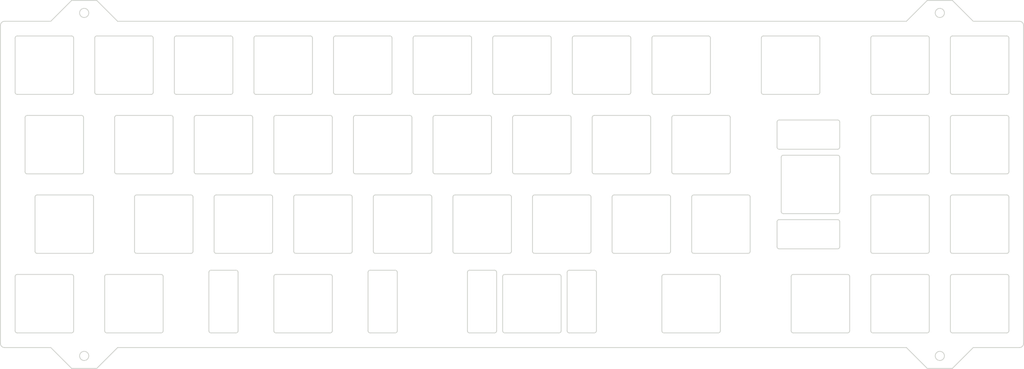
<source format=kicad_pcb>
(kicad_pcb (version 20221018) (generator pcbnew)

  (general
    (thickness 1.6)
  )

  (paper "A4")
  (layers
    (0 "F.Cu" signal)
    (31 "B.Cu" signal)
    (32 "B.Adhes" user "B.Adhesive")
    (33 "F.Adhes" user "F.Adhesive")
    (34 "B.Paste" user)
    (35 "F.Paste" user)
    (36 "B.SilkS" user "B.Silkscreen")
    (37 "F.SilkS" user "F.Silkscreen")
    (38 "B.Mask" user)
    (39 "F.Mask" user)
    (40 "Dwgs.User" user "User.Drawings")
    (41 "Cmts.User" user "User.Comments")
    (42 "Eco1.User" user "User.Eco1")
    (43 "Eco2.User" user "User.Eco2")
    (44 "Edge.Cuts" user)
    (45 "Margin" user)
    (46 "B.CrtYd" user "B.Courtyard")
    (47 "F.CrtYd" user "F.Courtyard")
    (48 "B.Fab" user)
    (49 "F.Fab" user)
    (50 "User.1" user)
    (51 "User.2" user)
    (52 "User.3" user)
    (53 "User.4" user)
    (54 "User.5" user)
    (55 "User.6" user)
    (56 "User.7" user)
    (57 "User.8" user)
    (58 "User.9" user)
  )

  (setup
    (pad_to_mask_clearance 0)
    (grid_origin 20.421447 -175.628553)
    (pcbplotparams
      (layerselection 0x00010fc_ffffffff)
      (plot_on_all_layers_selection 0x0000000_00000000)
      (disableapertmacros false)
      (usegerberextensions false)
      (usegerberattributes true)
      (usegerberadvancedattributes true)
      (creategerberjobfile true)
      (dashed_line_dash_ratio 12.000000)
      (dashed_line_gap_ratio 3.000000)
      (svgprecision 4)
      (plotframeref false)
      (viasonmask false)
      (mode 1)
      (useauxorigin false)
      (hpglpennumber 1)
      (hpglpenspeed 20)
      (hpglpendiameter 15.000000)
      (dxfpolygonmode true)
      (dxfimperialunits true)
      (dxfusepcbnewfont true)
      (psnegative false)
      (psa4output false)
      (plotreference true)
      (plotvalue true)
      (plotinvisibletext false)
      (sketchpadsonfab false)
      (subtractmaskfromsilk false)
      (outputformat 1)
      (mirror false)
      (drillshape 0)
      (scaleselection 1)
      (outputdirectory "Gerbers")
    )
  )

  (net 0 "")

  (gr_arc (start 252.652647 57.746447) (mid 252.799094 57.392894) (end 253.152647 57.246447)
    (stroke (width 0.2) (type solid)) (layer "Edge.Cuts") (tstamp 002357ba-a0ce-410d-bc52-9f5d5596086c))
  (gr_arc (start 233.602647 76.796447) (mid 233.749094 76.442894) (end 234.102647 76.296447)
    (stroke (width 0.2) (type solid)) (layer "Edge.Cuts") (tstamp 004955da-771f-4073-a6c4-97b3b46f721c))
  (gr_line (start 128.040147 76.296447) (end 115.040147 76.296447)
    (stroke (width 0.2) (type solid)) (layer "Edge.Cuts") (tstamp 0066930f-41d0-4ea1-8a82-5217a1d604de))
  (gr_arc (start 138.065147 51.696447) (mid 137.9187 52.05) (end 137.565147 52.196447)
    (stroke (width 0.2) (type solid)) (layer "Edge.Cuts") (tstamp 012cdc36-666b-4931-92aa-73dab1dbc0d6))
  (gr_arc (start 145.496397 95.846447) (mid 145.642841 95.492876) (end 145.996397 95.346447)
    (stroke (width 0.2) (type solid)) (layer "Edge.Cuts") (tstamp 017f7899-04d3-401d-aec9-3b750c3bf96e))
  (gr_line (start 181.715147 52.196447) (end 194.715147 52.196447)
    (stroke (width 0.2) (type solid)) (layer "Edge.Cuts") (tstamp 01c71c19-1129-4cb1-b42b-a31f94ee1d97))
  (gr_arc (start 133.590147 76.796447) (mid 133.736594 76.442894) (end 134.090147 76.296447)
    (stroke (width 0.2) (type solid)) (layer "Edge.Cuts") (tstamp 02a11e04-a7c9-4c7b-9270-f037a3f8e2c6))
  (gr_arc (start 144.058397 108.846447) (mid 143.911953 109.200018) (end 143.558397 109.346447)
    (stroke (width 0.2) (type solid)) (layer "Edge.Cuts") (tstamp 02c99b99-ad1e-4f31-b433-fc3a3825b577))
  (gr_line (start 61.365147 38.196447) (end 48.365147 38.196447)
    (stroke (width 0.2) (type solid)) (layer "Edge.Cuts") (tstamp 036aa131-6cea-4039-b053-735a7c463793))
  (gr_arc (start 42.315147 38.196447) (mid 42.6687 38.342894) (end 42.815147 38.696447)
    (stroke (width 0.2) (type solid)) (layer "Edge.Cuts") (tstamp 03f625da-b561-4d73-b475-734eb65a3f0c))
  (gr_line (start 247.602647 108.846447) (end 247.602647 95.846447)
    (stroke (width 0.2) (type solid)) (layer "Edge.Cuts") (tstamp 04c3561e-a87c-45c5-addb-36d8ccd6444e))
  (gr_line (start 42.315147 38.196447) (end 29.315147 38.196447)
    (stroke (width 0.2) (type solid)) (layer "Edge.Cuts") (tstamp 04d955db-5f7f-4527-b47d-d0dd9b84c2e6))
  (gr_arc (start 137.058397 94.846447) (mid 137.204841 94.492876) (end 137.558397 94.346447)
    (stroke (width 0.2) (type solid)) (layer "Edge.Cuts") (tstamp 06f6badb-0db3-4426-b7bc-5660efe82bd2))
  (gr_arc (start 90.440147 89.796447) (mid 90.2937 90.15) (end 89.940147 90.296447)
    (stroke (width 0.2) (type solid)) (layer "Edge.Cuts") (tstamp 079c34df-1b77-4e8d-8b99-3ab196d98d6e))
  (gr_arc (start 143.615147 52.196447) (mid 143.261594 52.05) (end 143.115147 51.696447)
    (stroke (width 0.2) (type solid)) (layer "Edge.Cuts") (tstamp 083a5a3f-c41d-41d7-81c5-6e2250f2e313))
  (gr_arc (start 57.890147 90.296447) (mid 57.536594 90.15) (end 57.390147 89.796447)
    (stroke (width 0.2) (type solid)) (layer "Edge.Cuts") (tstamp 087122b2-fee9-4e09-abc3-112fdcec6c8a))
  (gr_line (start 180.427647 57.246447) (end 167.427647 57.246447)
    (stroke (width 0.2) (type solid)) (layer "Edge.Cuts") (tstamp 09f37044-9503-4099-b3dd-8327152c363f))
  (gr_line (start 266.652647 108.846447) (end 266.652647 95.846447)
    (stroke (width 0.2) (type solid)) (layer "Edge.Cuts") (tstamp 0b7973d6-8ae5-487b-9345-7b44af66815e))
  (gr_arc (start 270.177647 111.871447) (mid 269.884751 112.578536) (end 269.177647 112.871447)
    (stroke (width 0.2) (type solid)) (layer "Edge.Cuts") (tstamp 0b8c421c-802f-468c-ba96-be76321a22a2))
  (gr_arc (start 225.671397 58.333447) (mid 226.024918 58.479911) (end 226.171397 58.833447)
    (stroke (width 0.2) (type solid)) (layer "Edge.Cuts") (tstamp 0c648255-db34-4b8f-80ce-103c6b2cc7ad))
  (gr_line (start 199.977647 70.746447) (end 199.977647 57.746447)
    (stroke (width 0.2) (type solid)) (layer "Edge.Cuts") (tstamp 0cdd0c68-7528-4bc1-878e-d6b318dd45b4))
  (gr_arc (start 129.327647 71.246447) (mid 128.974094 71.1) (end 128.827647 70.746447)
    (stroke (width 0.2) (type solid)) (layer "Edge.Cuts") (tstamp 0d4bde23-0b0b-4192-805d-be9f2e1c3c40))
  (gr_arc (start 166.927647 57.746447) (mid 167.074094 57.392894) (end 167.427647 57.246447)
    (stroke (width 0.2) (type solid)) (layer "Edge.Cuts") (tstamp 0dd89bfb-599e-46e8-a46b-2200ee52010c))
  (gr_line (start 253.152647 90.296447) (end 266.152647 90.296447)
    (stroke (width 0.2) (type solid)) (layer "Edge.Cuts") (tstamp 0e78f532-12ef-428a-a449-8015d3c805f4))
  (gr_line (start 171.690147 76.796447) (end 171.690147 89.796447)
    (stroke (width 0.2) (type solid)) (layer "Edge.Cuts") (tstamp 101c27a5-6c56-42ae-b789-e0aa54b9ffe6))
  (gr_circle (center 45.340147 32.671447) (end 46.440147 32.671447)
    (stroke (width 0.2) (type solid)) (fill none) (layer "Edge.Cuts") (tstamp 1033c02c-cdfe-4952-a235-589ad09e54d1))
  (gr_line (start 214.552647 95.846447) (end 214.552647 108.846447)
    (stroke (width 0.2) (type solid)) (layer "Edge.Cuts") (tstamp 10ce8b63-42b0-4246-aa69-61f4af7e977e))
  (gr_line (start 25.290147 35.671447) (end 25.290147 111.871447)
    (stroke (width 0.2) (type solid)) (layer "Edge.Cuts") (tstamp 12428344-7743-43fc-9147-3612dc8d84fd))
  (gr_line (start 57.890147 90.296447) (end 70.890147 90.296447)
    (stroke (width 0.2) (type solid)) (layer "Edge.Cuts") (tstamp 138f455a-6305-4186-89fc-78daa0d4cbff))
  (gr_arc (start 226.171397 64.833447) (mid 226.024953 65.187018) (end 225.671397 65.333447)
    (stroke (width 0.2) (type solid)) (layer "Edge.Cuts") (tstamp 1487e9af-f4c3-4502-a62d-94437d5eb656))
  (gr_line (start 137.558397 109.346447) (end 143.558397 109.346447)
    (stroke (width 0.2) (type solid)) (layer "Edge.Cuts") (tstamp 14f728f0-5145-4a7b-90ca-b89051af85fd))
  (gr_arc (start 91.227647 109.346447) (mid 90.874094 109.2) (end 90.727647 108.846447)
    (stroke (width 0.2) (type solid)) (layer "Edge.Cuts") (tstamp 1654eff5-9c3f-4df7-92a0-16b0ef8c2915))
  (gr_arc (start 212.171397 67.271447) (mid 212.317841 66.917876) (end 212.671397 66.771447)
    (stroke (width 0.2) (type solid)) (layer "Edge.Cuts") (tstamp 17231fd0-f89f-498d-bf1e-def686881293))
  (gr_line (start 147.877647 57.746447) (end 147.877647 70.746447)
    (stroke (width 0.2) (type solid)) (layer "Edge.Cuts") (tstamp 17d3a030-8ff9-490b-bfca-c292a6adbbd0))
  (gr_arc (start 124.565147 52.196447) (mid 124.211594 52.05) (end 124.065147 51.696447)
    (stroke (width 0.2) (type solid)) (layer "Edge.Cuts") (tstamp 1821251d-34ad-400c-bc1d-a053817d11c3))
  (gr_arc (start 159.496397 108.846447) (mid 159.349953 109.200018) (end 158.996397 109.346447)
    (stroke (width 0.2) (type solid)) (layer "Edge.Cuts") (tstamp 18253a6c-2588-4f06-8a1c-dbdcba32cf78))
  (gr_line (start 91.227647 109.346447) (end 104.227647 109.346447)
    (stroke (width 0.2) (type solid)) (layer "Edge.Cuts") (tstamp 18da6bd5-7a9f-4b79-8bcd-0eb14a09c760))
  (gr_line (start 161.877647 70.746447) (end 161.877647 57.746447)
    (stroke (width 0.2) (type solid)) (layer "Edge.Cuts") (tstamp 19375934-811e-4217-bd29-f3a8ef73b158))
  (gr_arc (start 110.277647 71.246447) (mid 109.924094 71.1) (end 109.777647 70.746447)
    (stroke (width 0.2) (type solid)) (layer "Edge.Cuts") (tstamp 19399145-d1bf-4cc6-9af9-20cae3f3e14b))
  (gr_arc (start 25.290147 35.671447) (mid 25.58304 34.96434) (end 26.290147 34.671447)
    (stroke (width 0.2) (type solid)) (layer "Edge.Cuts") (tstamp 19f71cbb-1380-49e0-8c39-a41f6a22de43))
  (gr_arc (start 137.558397 109.346447) (mid 137.204876 109.199983) (end 137.058397 108.846447)
    (stroke (width 0.2) (type solid)) (layer "Edge.Cuts") (tstamp 1a3c3e2c-ce7b-4a56-af8c-6e665e28e67d))
  (gr_arc (start 152.640147 76.796447) (mid 152.786594 76.442894) (end 153.140147 76.296447)
    (stroke (width 0.2) (type solid)) (layer "Edge.Cuts") (tstamp 1d80d2a1-c9b5-4dab-bce1-1ff435070803))
  (gr_line (start 90.440147 89.796447) (end 90.440147 76.796447)
    (stroke (width 0.2) (type solid)) (layer "Edge.Cuts") (tstamp 1e3f44db-1210-4afd-8cad-7274ec6fce55))
  (gr_line (start 253.127647 29.671447) (end 247.127647 29.671447)
    (stroke (width 0.2) (type solid)) (layer "Edge.Cuts") (tstamp 1ec92862-1921-4eb0-9a44-508acbfe7f4a))
  (gr_line (start 166.140147 76.296447) (end 153.140147 76.296447)
    (stroke (width 0.2) (type solid)) (layer "Edge.Cuts") (tstamp 1fc782f2-a82c-4fd0-9dd1-f091da847598))
  (gr_arc (start 199.477647 57.246447) (mid 199.8312 57.392894) (end 199.977647 57.746447)
    (stroke (width 0.2) (type solid)) (layer "Edge.Cuts") (tstamp 200f1226-f151-409e-b3ce-e58a6c3bdd7f))
  (gr_line (start 70.890147 76.296447) (end 57.890147 76.296447)
    (stroke (width 0.2) (type solid)) (layer "Edge.Cuts") (tstamp 205614c2-4a0b-4c1c-b3ea-5496f7854e10))
  (gr_arc (start 221.408897 51.696447) (mid 221.262453 52.050018) (end 220.908897 52.196447)
    (stroke (width 0.2) (type solid)) (layer "Edge.Cuts") (tstamp 215c88c5-ad75-49a1-a4d6-dcbf9b5e7073))
  (gr_line (start 226.171397 80.271447) (end 226.171397 67.271447)
    (stroke (width 0.2) (type solid)) (layer "Edge.Cuts") (tstamp 2174bdbd-6a10-48bd-a27e-1c21422eff15))
  (gr_arc (start 29.315147 109.346447) (mid 28.961594 109.2) (end 28.815147 108.846447)
    (stroke (width 0.2) (type solid)) (layer "Edge.Cuts") (tstamp 21bd9345-27e3-4930-acd9-d45bd72c3923))
  (gr_line (start 33.577647 76.796447) (end 33.577647 89.796447)
    (stroke (width 0.2) (type solid)) (layer "Edge.Cuts") (tstamp 22e59b3e-d2a8-49b4-82b7-d7e93c47e30a))
  (gr_arc (start 148.377647 71.246447) (mid 148.024094 71.1) (end 147.877647 70.746447)
    (stroke (width 0.2) (type solid)) (layer "Edge.Cuts") (tstamp 23028bc9-c1ea-41fb-ad58-14248ebe83a5))
  (gr_line (start 50.746397 109.346447) (end 63.746397 109.346447)
    (stroke (width 0.2) (type solid)) (layer "Edge.Cuts") (tstamp 2327e6d2-aef1-4415-a23b-f756a47517df))
  (gr_arc (start 269.177647 34.671447) (mid 269.884786 34.964323) (end 270.177647 35.671447)
    (stroke (width 0.2) (type solid)) (layer "Edge.Cuts") (tstamp 23285d54-166b-4f7a-b048-5222b6484b78))
  (gr_arc (start 85.965147 38.696447) (mid 86.111594 38.342894) (end 86.465147 38.196447)
    (stroke (width 0.2) (type solid)) (layer "Edge.Cuts") (tstamp 236c871a-275b-4082-9799-246b334a8896))
  (gr_line (start 211.671397 65.333447) (end 225.671397 65.333447)
    (stroke (width 0.2) (type solid)) (layer "Edge.Cuts") (tstamp 23eb2742-3048-41e1-b4c8-9322cc637fe4))
  (gr_line (start 48.340147 117.871447) (end 53.340147 112.871447)
    (stroke (width 0.2) (type solid)) (layer "Edge.Cuts") (tstamp 240438d7-59f8-4354-b4cf-b35a14a61d7e))
  (gr_line (start 91.227647 71.246447) (end 104.227647 71.246447)
    (stroke (width 0.2) (type solid)) (layer "Edge.Cuts") (tstamp 255d86ed-7390-43b7-ab89-1cec3e0a3c35))
  (gr_line (start 211.171397 58.833447) (end 211.171397 64.833447)
    (stroke (width 0.2) (type solid)) (layer "Edge.Cuts") (tstamp 25656b06-cc3d-4cbd-941f-ecc31a1705d3))
  (gr_arc (start 99.465147 38.196447) (mid 99.8187 38.342894) (end 99.965147 38.696447)
    (stroke (width 0.2) (type solid)) (layer "Edge.Cuts") (tstamp 25b11cb8-ce81-44e0-880c-e78650b1aa43))
  (gr_line (start 266.652647 51.696447) (end 266.652647 38.696447)
    (stroke (width 0.2) (type solid)) (layer "Edge.Cuts") (tstamp 25eae1e5-5f21-4119-b85c-6f3d73957ae4))
  (gr_arc (start 143.115147 38.696447) (mid 143.261594 38.342894) (end 143.615147 38.196447)
    (stroke (width 0.2) (type solid)) (layer "Edge.Cuts") (tstamp 261bde68-a5a0-4039-85ce-db6abba403e3))
  (gr_arc (start 162.665147 52.196447) (mid 162.311594 52.05) (end 162.165147 51.696447)
    (stroke (width 0.2) (type solid)) (layer "Edge.Cuts") (tstamp 2645cf97-a830-46a1-933f-57c764266cb1))
  (gr_line (start 123.277647 57.246447) (end 110.277647 57.246447)
    (stroke (width 0.2) (type solid)) (layer "Edge.Cuts") (tstamp 2796d87b-85ca-44ef-8930-46bf1d424f72))
  (gr_arc (start 115.040147 90.296447) (mid 114.686594 90.15) (end 114.540147 89.796447)
    (stroke (width 0.2) (type solid)) (layer "Edge.Cuts") (tstamp 27d6dd05-e062-4d75-879e-a4ef4f9459de))
  (gr_line (start 42.815147 51.696447) (end 42.815147 38.696447)
    (stroke (width 0.2) (type solid)) (layer "Edge.Cuts") (tstamp 27dbc3bb-621d-4bdc-897b-ae5dda0b29d2))
  (gr_arc (start 80.415147 38.196447) (mid 80.7687 38.342894) (end 80.915147 38.696447)
    (stroke (width 0.2) (type solid)) (layer "Edge.Cuts") (tstamp 28003fa2-59f1-4767-b034-60de324cd315))
  (gr_line (start 211.671397 89.209447) (end 225.671397 89.209447)
    (stroke (width 0.2) (type solid)) (layer "Edge.Cuts") (tstamp 282763cd-e661-4f4d-a38d-5f1df23032f9))
  (gr_arc (start 212.671397 80.771447) (mid 212.317876 80.624983) (end 212.171397 80.271447)
    (stroke (width 0.2) (type solid)) (layer "Edge.Cuts") (tstamp 29067b03-3ca6-4e82-afc3-a11715e29ed3))
  (gr_line (start 109.777647 57.746447) (end 109.777647 70.746447)
    (stroke (width 0.2) (type solid)) (layer "Edge.Cuts") (tstamp 2abab588-9ecb-4890-bbd1-ab5023167877))
  (gr_arc (start 215.052647 109.346447) (mid 214.699094 109.2) (end 214.552647 108.846447)
    (stroke (width 0.2) (type solid)) (layer "Edge.Cuts") (tstamp 2b6fd8a7-e5f0-41bf-8357-676d9ccfd513))
  (gr_line (start 124.565147 52.196447) (end 137.565147 52.196447)
    (stroke (width 0.2) (type solid)) (layer "Edge.Cuts") (tstamp 2b837b56-10d2-4eb4-9dd5-31fc03fdd03d))
  (gr_arc (start 86.465147 52.196447) (mid 86.111594 52.05) (end 85.965147 51.696447)
    (stroke (width 0.2) (type solid)) (layer "Edge.Cuts") (tstamp 2cbb9771-fefc-4570-9430-cdeff5b18e76))
  (gr_line (start 247.102647 95.346447) (end 234.102647 95.346447)
    (stroke (width 0.2) (type solid)) (layer "Edge.Cuts") (tstamp 2dae455e-abcd-4935-ba0a-db84035fa523))
  (gr_arc (start 50.746397 109.346447) (mid 50.392876 109.199983) (end 50.246397 108.846447)
    (stroke (width 0.2) (type solid)) (layer "Edge.Cuts") (tstamp 2df76d5f-7101-4090-b930-3da005f709c1))
  (gr_arc (start 147.877647 57.746447) (mid 148.024094 57.392894) (end 148.377647 57.246447)
    (stroke (width 0.2) (type solid)) (layer "Edge.Cuts") (tstamp 2ee65810-d226-4fa6-afc8-4d6dd0b099f8))
  (gr_line (start 247.102647 38.196447) (end 234.102647 38.196447)
    (stroke (width 0.2) (type solid)) (layer "Edge.Cuts") (tstamp 2f42d268-fbe3-4955-9180-e7bd0892c5ce))
  (gr_line (start 81.677647 94.346447) (end 75.677647 94.346447)
    (stroke (width 0.2) (type solid)) (layer "Edge.Cuts") (tstamp 2ff40b2c-d877-4835-9e11-d7ca1af61b2a))
  (gr_arc (start 211.671397 89.209447) (mid 211.317876 89.062983) (end 211.171397 88.709447)
    (stroke (width 0.2) (type solid)) (layer "Edge.Cuts") (tstamp 302f0a36-b3f7-4d67-90a0-39554e4e23fd))
  (gr_line (start 148.377647 71.246447) (end 161.377647 71.246447)
    (stroke (width 0.2) (type solid)) (layer "Edge.Cuts") (tstamp 3057ae63-2893-47bb-a74b-b6cea15f2bdb))
  (gr_arc (start 70.890147 76.296447) (mid 71.2437 76.442894) (end 71.390147 76.796447)
    (stroke (width 0.2) (type solid)) (layer "Edge.Cuts") (tstamp 3078b570-2d38-4b49-8aea-2c68884193fe))
  (gr_line (start 86.465147 52.196447) (end 99.465147 52.196447)
    (stroke (width 0.2) (type solid)) (layer "Edge.Cuts") (tstamp 309746f1-315f-430a-8c72-d49dc80bf2f0))
  (gr_line (start 157.115147 51.696447) (end 157.115147 38.696447)
    (stroke (width 0.2) (type solid)) (layer "Edge.Cuts") (tstamp 30af1165-4c67-4178-b1bf-361fcd6cd868))
  (gr_arc (start 234.102647 71.246447) (mid 233.749094 71.1) (end 233.602647 70.746447)
    (stroke (width 0.2) (type solid)) (layer "Edge.Cuts") (tstamp 31738ec5-010a-4237-8a0b-652c24cfafd2))
  (gr_arc (start 253.152647 90.296447) (mid 252.799094 90.15) (end 252.652647 89.796447)
    (stroke (width 0.2) (type solid)) (layer "Edge.Cuts") (tstamp 33add755-1d9d-469b-b3f8-31d6db1966bd))
  (gr_arc (start 172.190147 90.296447) (mid 171.836594 90.15) (end 171.690147 89.796447)
    (stroke (width 0.2) (type solid)) (layer "Edge.Cuts") (tstamp 33eb1dc7-b329-46e3-9fbd-1f85755cb14a))
  (gr_arc (start 247.602647 70.746447) (mid 247.4562 71.1) (end 247.102647 71.246447)
    (stroke (width 0.2) (type solid)) (layer "Edge.Cuts") (tstamp 345bbaad-1f4c-4a87-b5ea-507b43f272b5))
  (gr_arc (start 167.427647 71.246447) (mid 167.074094 71.1) (end 166.927647 70.746447)
    (stroke (width 0.2) (type solid)) (layer "Edge.Cuts") (tstamp 3499e41b-f706-44bb-a29b-ee2c4baf0f87))
  (gr_arc (start 226.171397 88.709447) (mid 226.024953 89.063018) (end 225.671397 89.209447)
    (stroke (width 0.2) (type solid)) (layer "Edge.Cuts") (tstamp 34c4564d-486e-40df-b981-4e35ffa595ee))
  (gr_arc (start 176.165147 51.696447) (mid 176.0187 52.05) (end 175.665147 52.196447)
    (stroke (width 0.2) (type solid)) (layer "Edge.Cuts") (tstamp 34f29fe2-2709-44d5-a7aa-7c080af225f2))
  (gr_line (start 42.340147 117.871447) (end 48.340147 117.871447)
    (stroke (width 0.2) (type solid)) (layer "Edge.Cuts") (tstamp 35afa6ce-d807-466a-b776-74fde52d260b))
  (gr_arc (start 247.102647 57.246447) (mid 247.4562 57.392894) (end 247.602647 57.746447)
    (stroke (width 0.2) (type solid)) (layer "Edge.Cuts") (tstamp 35f92b23-c7a8-4dc3-b708-2391591302e9))
  (gr_arc (start 266.152647 38.196447) (mid 266.5062 38.342894) (end 266.652647 38.696447)
    (stroke (width 0.2) (type solid)) (layer "Edge.Cuts") (tstamp 362f6e2c-87e7-47c6-920e-2e1a87a324a8))
  (gr_line (start 228.052647 95.346447) (end 215.052647 95.346447)
    (stroke (width 0.2) (type solid)) (layer "Edge.Cuts") (tstamp 36be3ca4-b452-42bf-8482-8f207fe6dda5))
  (gr_line (start 115.040147 90.296447) (end 128.040147 90.296447)
    (stroke (width 0.2) (type solid)) (layer "Edge.Cuts") (tstamp 36cad7ad-6fd3-43eb-88c2-f76960701586))
  (gr_line (start 47.865147 38.696447) (end 47.865147 51.696447)
    (stroke (width 0.2) (type solid)) (layer "Edge.Cuts") (tstamp 3816214a-c9f6-4b8b-b81e-534f0c136e13))
  (gr_line (start 137.565147 38.196447) (end 124.565147 38.196447)
    (stroke (width 0.2) (type solid)) (layer "Edge.Cuts") (tstamp 3c6cd001-85b0-4fe8-ad09-cc595000742f))
  (gr_line (start 167.934397 108.846447) (end 167.934397 94.846447)
    (stroke (width 0.2) (type solid)) (layer "Edge.Cuts") (tstamp 3ca5ac94-eebf-41e2-b98f-8fb77ed9b099))
  (gr_line (start 147.090147 76.296447) (end 134.090147 76.296447)
    (stroke (width 0.2) (type solid)) (layer "Edge.Cuts") (tstamp 3cc976da-06d6-4228-9f58-7932ccfd3e74))
  (gr_line (start 105.015147 38.696447) (end 105.015147 51.696447)
    (stroke (width 0.2) (type solid)) (layer "Edge.Cuts") (tstamp 3dafcb71-a012-4885-b655-e9c4b13db8a2))
  (gr_line (start 199.477647 57.246447) (end 186.477647 57.246447)
    (stroke (width 0.2) (type solid)) (layer "Edge.Cuts") (tstamp 3eb55846-0788-4080-8ebe-fb2eeca05abd))
  (gr_line (start 247.602647 51.696447) (end 247.602647 38.696447)
    (stroke (width 0.2) (type solid)) (layer "Edge.Cuts") (tstamp 3f62ee85-9c23-4958-8738-32ef28103773))
  (gr_line (start 145.996397 109.346447) (end 158.996397 109.346447)
    (stroke (width 0.2) (type solid)) (layer "Edge.Cuts") (tstamp 3fd71c22-c3ea-4a7d-ab86-fc1e2376877c))
  (gr_line (start 31.196397 57.746447) (end 31.196397 70.746447)
    (stroke (width 0.2) (type solid)) (layer "Edge.Cuts") (tstamp 3fecf3c4-0aa7-477b-98b6-7cab32047574))
  (gr_arc (start 53.127647 71.246447) (mid 52.774094 71.1) (end 52.627647 70.746447)
    (stroke (width 0.2) (type solid)) (layer "Edge.Cuts") (tstamp 41235bda-7a6d-4e4c-a9c0-0ef05ef260b6))
  (gr_arc (start 71.390147 89.796447) (mid 71.2437 90.15) (end 70.890147 90.296447)
    (stroke (width 0.2) (type solid)) (layer "Edge.Cuts") (tstamp 423beed6-40c5-414f-ab79-ad849a618d3e))
  (gr_line (start 247.602647 70.746447) (end 247.602647 57.746447)
    (stroke (width 0.2) (type solid)) (layer "Edge.Cuts") (tstamp 42404dd0-317c-438c-852e-1d4eb185d04d))
  (gr_arc (start 95.490147 76.796447) (mid 95.636594 76.442894) (end 95.990147 76.296447)
    (stroke (width 0.2) (type solid)) (layer "Edge.Cuts") (tstamp 4240e713-90a3-4b10-a0dd-2652755f84f5))
  (gr_arc (start 226.171397 80.271447) (mid 226.024953 80.625018) (end 225.671397 80.771447)
    (stroke (width 0.2) (type solid)) (layer "Edge.Cuts") (tstamp 4263b84a-0281-4c4b-a862-bb5f0a017ce5))
  (gr_line (start 247.127647 117.871447) (end 253.127647 117.871447)
    (stroke (width 0.2) (type solid)) (layer "Edge.Cuts") (tstamp 42d2d3ef-4517-4090-8ecc-58adb2b3fa22))
  (gr_arc (start 266.152647 95.346447) (mid 266.5062 95.492894) (end 266.652647 95.846447)
    (stroke (width 0.2) (type solid)) (layer "Edge.Cuts") (tstamp 43d9b766-9f94-4817-bc18-caccb6f5b097))
  (gr_line (start 99.965147 51.696447) (end 99.965147 38.696447)
    (stroke (width 0.2) (type solid)) (layer "Edge.Cuts") (tstamp 445c950e-cf1e-47f0-8123-acba36c13aec))
  (gr_arc (start 247.102647 38.196447) (mid 247.4562 38.342894) (end 247.602647 38.696447)
    (stroke (width 0.2) (type solid)) (layer "Edge.Cuts") (tstamp 46726d5a-9c17-484b-ba8b-7df261490f7c))
  (gr_arc (start 211.171397 82.709447) (mid 211.317841 82.355876) (end 211.671397 82.209447)
    (stroke (width 0.2) (type solid)) (layer "Edge.Cuts") (tstamp 475a6990-713f-4f51-8e53-2cada55271e5))
  (gr_arc (start 52.627647 57.746447) (mid 52.774094 57.392894) (end 53.127647 57.246447)
    (stroke (width 0.2) (type solid)) (layer "Edge.Cuts") (tstamp 477eb406-6504-4901-ada8-12b242d3646b))
  (gr_arc (start 234.102647 109.346447) (mid 233.749094 109.2) (end 233.602647 108.846447)
    (stroke (width 0.2) (type solid)) (layer "Edge.Cuts") (tstamp 47fbd595-ee9d-400c-bead-3a1d67d945c0))
  (gr_line (start 85.677647 70.746447) (end 85.677647 57.746447)
    (stroke (width 0.2) (type solid)) (layer "Edge.Cuts") (tstamp 485fc2bf-6f65-42ef-b050-7355af6f73f0))
  (gr_arc (start 207.408897 38.696447) (mid 207.555341 38.342876) (end 207.908897 38.196447)
    (stroke (width 0.2) (type solid)) (layer "Edge.Cuts") (tstamp 486fe179-b965-4f37-89a5-fbff96d9b5b8))
  (gr_line (start 104.227647 95.346447) (end 91.227647 95.346447)
    (stroke (width 0.2) (type solid)) (layer "Edge.Cuts") (tstamp 48831d39-f49a-478c-8138-261bcd07a50d))
  (gr_arc (start 247.102647 76.296447) (mid 247.4562 76.442894) (end 247.602647 76.796447)
    (stroke (width 0.2) (type solid)) (layer "Edge.Cuts") (tstamp 48f6317f-ab94-455f-8052-64fab182dfcc))
  (gr_line (start 176.165147 51.696447) (end 176.165147 38.696447)
    (stroke (width 0.2) (type solid)) (layer "Edge.Cuts") (tstamp 490a5f51-23a3-45a8-8647-7da39aac12d4))
  (gr_line (start 124.065147 38.696447) (end 124.065147 51.696447)
    (stroke (width 0.2) (type solid)) (layer "Edge.Cuts") (tstamp 49f85dfd-697e-4266-b5b8-7f6e54dd15b7))
  (gr_arc (start 31.696397 71.246447) (mid 31.342844 71.1) (end 31.196397 70.746447)
    (stroke (width 0.2) (type solid)) (layer "Edge.Cuts") (tstamp 4bb04376-a77e-4cda-a735-8531dd122071))
  (gr_arc (start 185.690147 89.796447) (mid 185.5437 90.15) (end 185.190147 90.296447)
    (stroke (width 0.2) (type solid)) (layer "Edge.Cuts") (tstamp 4c8ff47e-d5a2-4998-b15c-a5c36183faf8))
  (gr_arc (start 143.558397 94.346447) (mid 143.911918 94.492911) (end 144.058397 94.846447)
    (stroke (width 0.2) (type solid)) (layer "Edge.Cuts") (tstamp 4ca0843c-0135-4847-bbd9-3465ea29df78))
  (gr_line (start 266.652647 89.796447) (end 266.652647 76.796447)
    (stroke (width 0.2) (type solid)) (layer "Edge.Cuts") (tstamp 4d068069-1f46-47ff-a202-b58b96c0948c))
  (gr_arc (start 134.090147 90.296447) (mid 133.736594 90.15) (end 133.590147 89.796447)
    (stroke (width 0.2) (type solid)) (layer "Edge.Cuts") (tstamp 4ebb2b4d-743b-4548-948a-d7fe2f412edf))
  (gr_arc (start 234.102647 52.196447) (mid 233.749094 52.05) (end 233.602647 51.696447)
    (stroke (width 0.2) (type solid)) (layer "Edge.Cuts") (tstamp 4f20b774-a0c2-4ca1-9d47-719d7db0b1cd))
  (gr_line (start 89.940147 76.296447) (end 76.940147 76.296447)
    (stroke (width 0.2) (type solid)) (layer "Edge.Cuts") (tstamp 4f3da13a-aae7-4cd0-8c15-ed4788c50b08))
  (gr_arc (start 42.815147 108.846447) (mid 42.6687 109.2) (end 42.315147 109.346447)
    (stroke (width 0.2) (type solid)) (layer "Edge.Cuts") (tstamp 4f4d097d-0c20-4b32-925e-59afdb2710f4))
  (gr_arc (start 266.152647 76.296447) (mid 266.5062 76.442894) (end 266.652647 76.796447)
    (stroke (width 0.2) (type solid)) (layer "Edge.Cuts") (tstamp 50237bc3-6030-4732-9db0-da97fafffc57))
  (gr_line (start 225.671397 66.771447) (end 212.671397 66.771447)
    (stroke (width 0.2) (type solid)) (layer "Edge.Cuts") (tstamp 52308018-3506-481d-bf41-b96670dac754))
  (gr_line (start 159.496397 108.846447) (end 159.496397 95.846447)
    (stroke (width 0.2) (type solid)) (layer "Edge.Cuts") (tstamp 5330306c-094f-4023-8c24-06d5fbe085bb))
  (gr_arc (start 118.515147 38.196447) (mid 118.8687 38.342894) (end 119.015147 38.696447)
    (stroke (width 0.2) (type solid)) (layer "Edge.Cuts") (tstamp 552b3e28-10d2-4742-8e10-1d801580ccc5))
  (gr_arc (start 71.677647 57.746447) (mid 71.824094 57.392894) (end 72.177647 57.246447)
    (stroke (width 0.2) (type solid)) (layer "Edge.Cuts") (tstamp 55797fd4-31a0-4adb-98ec-d8618edfc084))
  (gr_arc (start 162.165147 38.696447) (mid 162.311594 38.342894) (end 162.665147 38.196447)
    (stroke (width 0.2) (type solid)) (layer "Edge.Cuts") (tstamp 55ae363b-e36a-44cb-bb77-70bfa2784939))
  (gr_line (start 113.777647 109.346447) (end 119.777647 109.346447)
    (stroke (width 0.2) (type solid)) (layer "Edge.Cuts") (tstamp 56533dd1-d2db-4c0a-a8e0-452df1509822))
  (gr_arc (start 50.246397 95.846447) (mid 50.392841 95.492876) (end 50.746397 95.346447)
    (stroke (width 0.2) (type solid)) (layer "Edge.Cuts") (tstamp 568790ba-b33f-41f0-a02c-85871886efe2))
  (gr_arc (start 120.277647 108.846447) (mid 120.1312 109.2) (end 119.777647 109.346447)
    (stroke (width 0.2) (type solid)) (layer "Edge.Cuts") (tstamp 56a48e61-ec99-439a-bf94-f24d56386b30))
  (gr_arc (start 75.177647 94.846447) (mid 75.324094 94.492894) (end 75.677647 94.346447)
    (stroke (width 0.2) (type solid)) (layer "Edge.Cuts") (tstamp 56c19b13-6a85-4028-9c0b-e24ff73ddab9))
  (gr_arc (start 183.596397 95.846447) (mid 183.742841 95.492876) (end 184.096397 95.346447)
    (stroke (width 0.2) (type solid)) (layer "Edge.Cuts") (tstamp 580259d8-b6c4-4665-bd49-6c45e3cfe4ee))
  (gr_arc (start 253.152647 71.246447) (mid 252.799094 71.1) (end 252.652647 70.746447)
    (stroke (width 0.2) (type solid)) (layer "Edge.Cuts") (tstamp 59f977f6-e45f-475d-96b8-5ce73b147909))
  (gr_arc (start 166.140147 76.296447) (mid 166.4937 76.442894) (end 166.640147 76.796447)
    (stroke (width 0.2) (type solid)) (layer "Edge.Cuts") (tstamp 5a21b7f8-670e-4463-884e-c31e721fa224))
  (gr_line (start 233.602647 38.696447) (end 233.602647 51.696447)
    (stroke (width 0.2) (type solid)) (layer "Edge.Cuts") (tstamp 5a3f7e94-5e6b-4ff2-a183-b779e35a307f))
  (gr_circle (center 45.340147 114.871447) (end 46.440147 114.871447)
    (stroke (width 0.2) (type solid)) (fill none) (layer "Edge.Cuts") (tstamp 5c20079b-be2c-4fd0-bb24-6d2c77cd267f))
  (gr_arc (start 247.102647 95.346447) (mid 247.4562 95.492894) (end 247.602647 95.846447)
    (stroke (width 0.2) (type solid)) (layer "Edge.Cuts") (tstamp 5cad34b9-096f-4f64-9ba5-d8ce03a98a5f))
  (gr_line (start 215.052647 109.346447) (end 228.052647 109.346447)
    (stroke (width 0.2) (type solid)) (layer "Edge.Cuts") (tstamp 5cfc20c4-5a7c-41da-9fe7-705910f8ba31))
  (gr_arc (start 181.715147 52.196447) (mid 181.361594 52.05) (end 181.215147 51.696447)
    (stroke (width 0.2) (type solid)) (layer "Edge.Cuts") (tstamp 5e3aac41-e260-43a2-adf8-b8a192e2e34a))
  (gr_arc (start 104.227647 95.346447) (mid 104.5812 95.492894) (end 104.727647 95.846447)
    (stroke (width 0.2) (type solid)) (layer "Edge.Cuts") (tstamp 5ebdc4fb-dc6c-4fd4-9f13-bc18ab147797))
  (gr_line (start 226.171397 88.709447) (end 226.171397 82.709447)
    (stroke (width 0.2) (type solid)) (layer "Edge.Cuts") (tstamp 5edea210-ab0e-4d9d-b528-40fb3cfe03cb))
  (gr_arc (start 225.671397 82.209447) (mid 226.024918 82.355911) (end 226.171397 82.709447)
    (stroke (width 0.2) (type solid)) (layer "Edge.Cuts") (tstamp 5f8097e3-5667-4fa6-8b00-3fdd67d18da6))
  (gr_line (start 53.340147 34.671447) (end 48.340147 29.671447)
    (stroke (width 0.2) (type solid)) (layer "Edge.Cuts") (tstamp 609fcea0-f50e-4bcd-8317-c20cf1dbd306))
  (gr_line (start 48.340147 29.671447) (end 42.340147 29.671447)
    (stroke (width 0.2) (type solid)) (layer "Edge.Cuts") (tstamp 61b67267-5638-4bc8-8c8c-39ac51ca6c9f))
  (gr_line (start 82.177647 108.846447) (end 82.177647 94.846447)
    (stroke (width 0.2) (type solid)) (layer "Edge.Cuts") (tstamp 623d95cf-017a-49c8-980a-e97180453a4a))
  (gr_arc (start 45.196397 70.746447) (mid 45.049953 71.100018) (end 44.696397 71.246447)
    (stroke (width 0.2) (type solid)) (layer "Edge.Cuts") (tstamp 63b43217-b800-4ffe-9e97-724435908c59))
  (gr_arc (start 233.602647 95.846447) (mid 233.749094 95.492894) (end 234.102647 95.346447)
    (stroke (width 0.2) (type solid)) (layer "Edge.Cuts") (tstamp 63ce1518-6996-40a4-8f54-2b6462506ea7))
  (gr_line (start 29.315147 109.346447) (end 42.315147 109.346447)
    (stroke (width 0.2) (type solid)) (layer "Edge.Cuts") (tstamp 641b752e-c290-4e14-a860-df2911f286a3))
  (gr_line (start 110.277647 71.246447) (end 123.277647 71.246447)
    (stroke (width 0.2) (type solid)) (layer "Edge.Cuts") (tstamp 64ae1f76-e4f2-4dd2-8dba-d6b5a88e1b55))
  (gr_arc (start 266.652647 89.796447) (mid 266.5062 90.15) (end 266.152647 90.296447)
    (stroke (width 0.2) (type solid)) (layer "Edge.Cuts") (tstamp 65341cb9-6520-491c-aaad-43bf03f0c6a1))
  (gr_line (start 142.327647 57.246447) (end 129.327647 57.246447)
    (stroke (width 0.2) (type solid)) (layer "Edge.Cuts") (tstamp 6542923b-92c5-4ef1-bc47-1818b7a97efa))
  (gr_line (start 234.102647 52.196447) (end 247.102647 52.196447)
    (stroke (width 0.2) (type solid)) (layer "Edge.Cuts") (tstamp 65e38c98-c9c1-44f2-9878-d04af55f1940))
  (gr_line (start 104.727647 70.746447) (end 104.727647 57.746447)
    (stroke (width 0.2) (type solid)) (layer "Edge.Cuts") (tstamp 65e6dea5-d3cf-403d-91e4-7383f2c6abce))
  (gr_line (start 66.127647 57.246447) (end 53.127647 57.246447)
    (stroke (width 0.2) (type solid)) (layer "Edge.Cuts") (tstamp 65f59d93-72c5-4fbe-93da-0b054a234bf9))
  (gr_line (start 184.096397 109.346447) (end 197.096397 109.346447)
    (stroke (width 0.2) (type solid)) (layer "Edge.Cuts") (tstamp 662a031d-15cb-4ced-ab3c-2e856ba5df40))
  (gr_line (start 270.177647 111.871447) (end 270.177647 35.671447)
    (stroke (width 0.2) (type solid)) (layer "Edge.Cuts") (tstamp 6655c1b5-864e-4786-823b-d59fbabe9f7d))
  (gr_arc (start 161.877647 70.746447) (mid 161.7312 71.1) (end 161.377647 71.246447)
    (stroke (width 0.2) (type solid)) (layer "Edge.Cuts") (tstamp 666c00a0-b98f-44ab-b98a-b69a27252ead))
  (gr_arc (start 99.965147 51.696447) (mid 99.8187 52.05) (end 99.465147 52.196447)
    (stroke (width 0.2) (type solid)) (layer "Edge.Cuts") (tstamp 66e62b57-f3cb-4fc4-8da0-dd13ec923329))
  (gr_line (start 258.127647 112.871447) (end 269.177647 112.871447)
    (stroke (width 0.2) (type solid)) (layer "Edge.Cuts") (tstamp 6710ecf8-8898-41eb-bb98-f6042abb5c33))
  (gr_line (start 44.696397 57.246447) (end 31.696397 57.246447)
    (stroke (width 0.2) (type solid)) (layer "Edge.Cuts") (tstamp 683df32c-a241-4ca8-bb4d-e3e74bae94af))
  (gr_arc (start 89.940147 76.296447) (mid 90.2937 76.442894) (end 90.440147 76.796447)
    (stroke (width 0.2) (type solid)) (layer "Edge.Cuts") (tstamp 686e757e-abd6-4cd4-a0a8-aeb9fff20c22))
  (gr_line (start 234.102647 90.296447) (end 247.102647 90.296447)
    (stroke (width 0.2) (type solid)) (layer "Edge.Cuts") (tstamp 68a0e987-1f02-4fbf-bab3-d59ca48d02a8))
  (gr_arc (start 180.427647 57.246447) (mid 180.7812 57.392894) (end 180.927647 57.746447)
    (stroke (width 0.2) (type solid)) (layer "Edge.Cuts") (tstamp 68aac3cb-034a-45ac-aafa-cbb07acff916))
  (gr_arc (start 47.077647 76.296447) (mid 47.4312 76.442894) (end 47.577647 76.796447)
    (stroke (width 0.2) (type solid)) (layer "Edge.Cuts") (tstamp 6958637f-8309-4fb6-967b-24a1be8505a1))
  (gr_line (start 134.090147 90.296447) (end 147.090147 90.296447)
    (stroke (width 0.2) (type solid)) (layer "Edge.Cuts") (tstamp 6a9b67c4-f0c2-48fa-9d2c-7dca187c1580))
  (gr_line (start 234.102647 109.346447) (end 247.102647 109.346447)
    (stroke (width 0.2) (type solid)) (layer "Edge.Cuts") (tstamp 6ab2530b-176b-4cdc-b592-b2f15697aa6f))
  (gr_arc (start 67.415147 52.196447) (mid 67.061594 52.05) (end 66.915147 51.696447)
    (stroke (width 0.2) (type solid)) (layer "Edge.Cuts") (tstamp 6ce2f7ab-d855-4bb3-8b9d-e5942c44497f))
  (gr_line (start 252.652647 38.696447) (end 252.652647 51.696447)
    (stroke (width 0.2) (type solid)) (layer "Edge.Cuts") (tstamp 6d302b22-e6f7-46d8-b31f-baa74df0c526))
  (gr_arc (start 247.602647 51.696447) (mid 247.4562 52.05) (end 247.102647 52.196447)
    (stroke (width 0.2) (type solid)) (layer "Edge.Cuts") (tstamp 6da466b7-b8ca-447e-8695-3e7c05306ab1))
  (gr_line (start 212.171397 67.271447) (end 212.171397 80.271447)
    (stroke (width 0.2) (type solid)) (layer "Edge.Cuts") (tstamp 6f819da9-2f69-4864-a9e8-3e133be4cf6c))
  (gr_line (start 220.908897 38.196447) (end 207.908897 38.196447)
    (stroke (width 0.2) (type solid)) (layer "Edge.Cuts") (tstamp 704c4e5e-7109-40d0-b1b4-4923d6ce7068))
  (gr_arc (start 234.102647 90.296447) (mid 233.749094 90.15) (end 233.602647 89.796447)
    (stroke (width 0.2) (type solid)) (layer "Edge.Cuts") (tstamp 70a1bb71-c05d-4f98-b4ca-1f3d8b5baf49))
  (gr_arc (start 266.652647 51.696447) (mid 266.5062 52.05) (end 266.152647 52.196447)
    (stroke (width 0.2) (type solid)) (layer "Edge.Cuts") (tstamp 71bb75d7-77ad-4270-a29c-ed1d479568d1))
  (gr_arc (start 214.552647 95.846447) (mid 214.699094 95.492894) (end 215.052647 95.346447)
    (stroke (width 0.2) (type solid)) (layer "Edge.Cuts") (tstamp 71e26b25-2dbf-48c4-9dda-a7a2b9e175ed))
  (gr_line (start 76.940147 90.296447) (end 89.940147 90.296447)
    (stroke (width 0.2) (type solid)) (layer "Edge.Cuts") (tstamp 723982fe-a6b2-4128-bc2a-250ec4c188d0))
  (gr_arc (start 225.671397 66.771447) (mid 226.024918 66.917911) (end 226.171397 67.271447)
    (stroke (width 0.2) (type solid)) (layer "Edge.Cuts") (tstamp 7245d255-f0d5-4c8b-8420-548b516529ab))
  (gr_line (start 85.177647 57.246447) (end 72.177647 57.246447)
    (stroke (width 0.2) (type solid)) (layer "Edge.Cuts") (tstamp 729ea467-acb2-48c6-9c58-1079cf932642))
  (gr_arc (start 128.827647 57.746447) (mid 128.974094 57.392894) (end 129.327647 57.246447)
    (stroke (width 0.2) (type solid)) (layer "Edge.Cuts") (tstamp 73a14c68-cb39-47af-a649-49969f5f889e))
  (gr_arc (start 252.652647 76.796447) (mid 252.799094 76.442894) (end 253.152647 76.296447)
    (stroke (width 0.2) (type solid)) (layer "Edge.Cuts") (tstamp 74e0d1c8-6b97-4aab-9042-28b6fd06ec7c))
  (gr_line (start 137.058397 94.846447) (end 137.058397 108.846447)
    (stroke (width 0.2) (type solid)) (layer "Edge.Cuts") (tstamp 75070b27-9e02-4595-90d0-7b20c50c77b0))
  (gr_line (start 269.177647 34.671447) (end 258.127647 34.671447)
    (stroke (width 0.2) (type solid)) (layer "Edge.Cuts") (tstamp 762b23a8-e684-4bfc-8f44-3f8f86777abc))
  (gr_arc (start 211.171397 58.833447) (mid 211.317841 58.479876) (end 211.671397 58.333447)
    (stroke (width 0.2) (type solid)) (layer "Edge.Cuts") (tstamp 76b3cd7c-3934-43ec-bdc3-62dfbe23afaa))
  (gr_line (start 42.340147 29.671447) (end 37.340147 34.671447)
    (stroke (width 0.2) (type solid)) (layer "Edge.Cuts") (tstamp 76f3aca8-84fe-4685-95bf-0abea325aa01))
  (gr_arc (start 184.096397 109.346447) (mid 183.742876 109.199983) (end 183.596397 108.846447)
    (stroke (width 0.2) (type solid)) (layer "Edge.Cuts") (tstamp 77385fb8-13b5-47c2-ac8d-41fd0ac15ac1))
  (gr_line (start 48.365147 52.196447) (end 61.365147 52.196447)
    (stroke (width 0.2) (type solid)) (layer "Edge.Cuts") (tstamp 77696fe2-b33e-44a9-bd85-0add63ad5b21))
  (gr_line (start 233.602647 76.796447) (end 233.602647 89.796447)
    (stroke (width 0.2) (type solid)) (layer "Edge.Cuts") (tstamp 79569867-5286-45de-8674-570c8221faec))
  (gr_arc (start 105.015147 38.696447) (mid 105.161594 38.342894) (end 105.515147 38.196447)
    (stroke (width 0.2) (type solid)) (layer "Edge.Cuts") (tstamp 79674aaa-4ead-4d0e-8581-43e1dc5ecbf3))
  (gr_arc (start 180.927647 70.746447) (mid 180.7812 71.1) (end 180.427647 71.246447)
    (stroke (width 0.2) (type solid)) (layer "Edge.Cuts") (tstamp 7a853491-e56c-4f4e-be4f-d32a438ea3be))
  (gr_arc (start 66.627647 70.746447) (mid 66.4812 71.1) (end 66.127647 71.246447)
    (stroke (width 0.2) (type solid)) (layer "Edge.Cuts") (tstamp 7a9b59e1-1d43-4277-af47-fdbcf3fc603a))
  (gr_line (start 207.408897 38.696447) (end 207.408897 51.696447)
    (stroke (width 0.2) (type solid)) (layer "Edge.Cuts") (tstamp 7accbbc7-2ce5-4363-8a09-e315367f5a83))
  (gr_line (start 50.246397 95.846447) (end 50.246397 108.846447)
    (stroke (width 0.2) (type solid)) (layer "Edge.Cuts") (tstamp 7af8338a-1408-4eb9-9e21-2cd0b204f903))
  (gr_arc (start 76.940147 90.296447) (mid 76.586594 90.15) (end 76.440147 89.796447)
    (stroke (width 0.2) (type solid)) (layer "Edge.Cuts") (tstamp 7b3889ef-cac6-4a4d-98db-54910c2ad4b6))
  (gr_arc (start 253.152647 52.196447) (mid 252.799094 52.05) (end 252.652647 51.696447)
    (stroke (width 0.2) (type solid)) (layer "Edge.Cuts") (tstamp 7b703501-9ac9-4b72-8551-0497dd8db37e))
  (gr_arc (start 142.327647 57.246447) (mid 142.6812 57.392894) (end 142.827647 57.746447)
    (stroke (width 0.2) (type solid)) (layer "Edge.Cuts") (tstamp 7ba816a4-3810-44fd-ad14-0216be73c0b6))
  (gr_line (start 228.552647 108.846447) (end 228.552647 95.846447)
    (stroke (width 0.2) (type solid)) (layer "Edge.Cuts") (tstamp 7bc55204-e090-478c-8142-e894d1763bc2))
  (gr_line (start 266.152647 76.296447) (end 253.152647 76.296447)
    (stroke (width 0.2) (type solid)) (layer "Edge.Cuts") (tstamp 7cd00f8f-aa14-42e8-81b9-9b5c71e0faf5))
  (gr_line (start 80.415147 38.196447) (end 67.415147 38.196447)
    (stroke (width 0.2) (type solid)) (layer "Edge.Cuts") (tstamp 7e730302-a459-44b1-9a18-d9120f3347c9))
  (gr_line (start 153.140147 90.296447) (end 166.140147 90.296447)
    (stroke (width 0.2) (type solid)) (layer "Edge.Cuts") (tstamp 7ec1783f-9ad5-458c-844b-e436c521a888))
  (gr_line (start 191.240147 90.296447) (end 204.240147 90.296447)
    (stroke (width 0.2) (type solid)) (layer "Edge.Cuts") (tstamp 7ef253ad-453f-42fe-9d74-656790c4bf7b))
  (gr_arc (start 90.727647 57.746447) (mid 90.874094 57.392894) (end 91.227647 57.246447)
    (stroke (width 0.2) (type solid)) (layer "Edge.Cuts") (tstamp 7f73230b-6274-4694-be29-9e48bba9db42))
  (gr_line (start 252.652647 57.746447) (end 252.652647 70.746447)
    (stroke (width 0.2) (type solid)) (layer "Edge.Cuts") (tstamp 7f818f21-860f-4dbf-8fbe-c6a7e2dc8792))
  (gr_arc (start 252.652647 95.846447) (mid 252.799094 95.492894) (end 253.152647 95.346447)
    (stroke (width 0.2) (type solid)) (layer "Edge.Cuts") (tstamp 7fbc5b1a-41ef-4e79-b558-1446d04be1fd))
  (gr_arc (start 76.440147 76.796447) (mid 76.586594 76.442894) (end 76.940147 76.296447)
    (stroke (width 0.2) (type solid)) (layer "Edge.Cuts") (tstamp 7fefa5ba-dae8-45fb-a330-093190144952))
  (gr_line (start 26.290147 112.871447) (end 37.340147 112.871447)
    (stroke (width 0.2) (type solid)) (layer "Edge.Cuts") (tstamp 800b3b02-bb71-4b83-81a0-7d603b319d64))
  (gr_line (start 61.865147 51.696447) (end 61.865147 38.696447)
    (stroke (width 0.2) (type solid)) (layer "Edge.Cuts") (tstamp 811d594b-5056-4b06-b3ae-6cc1b206c599))
  (gr_line (start 247.102647 57.246447) (end 234.102647 57.246447)
    (stroke (width 0.2) (type solid)) (layer "Edge.Cuts") (tstamp 818fc582-9679-4972-ba79-44094c3ba68a))
  (gr_line (start 119.777647 94.346447) (end 113.777647 94.346447)
    (stroke (width 0.2) (type solid)) (layer "Edge.Cuts") (tstamp 819462f5-07a7-4786-8c30-6a7b1635271e))
  (gr_line (start 167.434397 94.346447) (end 161.434397 94.346447)
    (stroke (width 0.2) (type solid)) (layer "Edge.Cuts") (tstamp 81e4830a-a0f5-4ebb-b570-f702e365f4f7))
  (gr_line (start 76.440147 76.796447) (end 76.440147 89.796447)
    (stroke (width 0.2) (type solid)) (layer "Edge.Cuts") (tstamp 82a33de0-3591-4e9f-9ca4-f1e391586786))
  (gr_line (start 66.915147 38.696447) (end 66.915147 51.696447)
    (stroke (width 0.2) (type solid)) (layer "Edge.Cuts") (tstamp 82ca8221-f8c1-49f5-970e-4526cb740d0a))
  (gr_line (start 129.327647 71.246447) (end 142.327647 71.246447)
    (stroke (width 0.2) (type solid)) (layer "Edge.Cuts") (tstamp 8377c923-b454-4120-85aa-0b41c4cc99d5))
  (gr_arc (start 160.934397 94.846447) (mid 161.080841 94.492876) (end 161.434397 94.346447)
    (stroke (width 0.2) (type solid)) (layer "Edge.Cuts") (tstamp 84567b22-6d3e-4791-a6d9-68d0be47b67b))
  (gr_line (start 47.077647 76.296447) (end 34.077647 76.296447)
    (stroke (width 0.2) (type solid)) (layer "Edge.Cuts") (tstamp 88550544-0c75-4929-b9d9-15c976e7b7a4))
  (gr_line (start 105.515147 52.196447) (end 118.515147 52.196447)
    (stroke (width 0.2) (type solid)) (layer "Edge.Cuts") (tstamp 88864a3b-07a3-4be8-9ae6-a4c5418a74dc))
  (gr_arc (start 47.577647 89.796447) (mid 47.4312 90.15) (end 47.077647 90.296447)
    (stroke (width 0.2) (type solid)) (layer "Edge.Cuts") (tstamp 88961566-2635-4ad6-b9bb-e1d9695e91e5))
  (gr_line (start 152.640147 76.796447) (end 152.640147 89.796447)
    (stroke (width 0.2) (type solid)) (layer "Edge.Cuts") (tstamp 8935641d-3773-47ea-9b73-46373a21d613))
  (gr_arc (start 161.377647 57.246447) (mid 161.7312 57.392894) (end 161.877647 57.746447)
    (stroke (width 0.2) (type solid)) (layer "Edge.Cuts") (tstamp 8a87a561-1875-466c-aeae-a9bc918a09cf))
  (gr_line (start 144.058397 108.846447) (end 144.058397 94.846447)
    (stroke (width 0.2) (type solid)) (layer "Edge.Cuts") (tstamp 8ab4e903-f777-4af6-b8b8-60e5b114dd9b))
  (gr_line (start 158.996397 95.346447) (end 145.996397 95.346447)
    (stroke (width 0.2) (type solid)) (layer "Edge.Cuts") (tstamp 8af1dbcd-293e-4495-b575-4aac8649858d))
  (gr_line (start 225.671397 82.209447) (end 211.671397 82.209447)
    (stroke (width 0.2) (type solid)) (layer "Edge.Cuts") (tstamp 8b44423d-173c-4d7c-bcb4-4c17d7ebf68d))
  (gr_line (start 145.496397 95.846447) (end 145.496397 108.846447)
    (stroke (width 0.2) (type solid)) (layer "Edge.Cuts") (tstamp 8b4b817b-940e-4758-bd08-9586b8f56bcf))
  (gr_arc (start 194.715147 38.196447) (mid 195.0687 38.342894) (end 195.215147 38.696447)
    (stroke (width 0.2) (type solid)) (layer "Edge.Cuts") (tstamp 8d2a54a0-6905-44f1-bb27-e73b86943a9a))
  (gr_line (start 47.577647 89.796447) (end 47.577647 76.796447)
    (stroke (width 0.2) (type solid)) (layer "Edge.Cuts") (tstamp 8daa756b-795f-4fd2-90c3-f8238d37504c))
  (gr_line (start 185.690147 89.796447) (end 185.690147 76.796447)
    (stroke (width 0.2) (type solid)) (layer "Edge.Cuts") (tstamp 8e5d3b6d-1957-402a-b40a-68a15105900e))
  (gr_line (start 162.165147 38.696447) (end 162.165147 51.696447)
    (stroke (width 0.2) (type solid)) (layer "Edge.Cuts") (tstamp 8e687e44-f12b-4fee-8dc0-48a92823a444))
  (gr_arc (start 186.477647 71.246447) (mid 186.124094 71.1) (end 185.977647 70.746447)
    (stroke (width 0.2) (type solid)) (layer "Edge.Cuts") (tstamp 8ebe76a4-07f1-47e8-bea2-220b0686e7c1))
  (gr_line (start 253.152647 109.346447) (end 266.152647 109.346447)
    (stroke (width 0.2) (type solid)) (layer "Edge.Cuts") (tstamp 8ebffe38-9723-4f89-8c61-1a63ed797dc6))
  (gr_line (start 37.340147 34.671447) (end 26.290147 34.671447)
    (stroke (width 0.2) (type solid)) (layer "Edge.Cuts") (tstamp 8fe1043d-7060-4066-a358-713559366eba))
  (gr_line (start 104.727647 108.846447) (end 104.727647 95.846447)
    (stroke (width 0.2) (type solid)) (layer "Edge.Cuts") (tstamp 90354f99-fafa-4f33-9be5-60114914bf21))
  (gr_line (start 185.190147 76.296447) (end 172.190147 76.296447)
    (stroke (width 0.2) (type solid)) (layer "Edge.Cuts") (tstamp 908937b4-817f-40c7-a18c-46214e8e2f95))
  (gr_line (start 252.652647 95.846447) (end 252.652647 108.846447)
    (stroke (width 0.2) (type solid)) (layer "Edge.Cuts") (tstamp 90ae85bd-522c-4cf1-a8a4-cbd39936b2da))
  (gr_arc (start 156.615147 38.196447) (mid 156.9687 38.342894) (end 157.115147 38.696447)
    (stroke (width 0.2) (type solid)) (layer "Edge.Cuts") (tstamp 917e3776-a1f6-4c93-a59c-c8c7c85ff9f2))
  (gr_line (start 64.246397 108.846447) (end 64.246397 95.846447)
    (stroke (width 0.2) (type solid)) (layer "Edge.Cuts") (tstamp 931da9c2-2948-47db-9fd6-dede6617daa0))
  (gr_line (start 172.190147 90.296447) (end 185.190147 90.296447)
    (stroke (width 0.2) (type solid)) (layer "Edge.Cuts") (tstamp 939fcde6-d57c-4309-b027-7855840a7b77))
  (gr_arc (start 57.390147 76.796447) (mid 57.536594 76.442894) (end 57.890147 76.296447)
    (stroke (width 0.2) (type solid)) (layer "Edge.Cuts") (tstamp 9521b048-0050-41a4-90e3-08ac4680bc03))
  (gr_arc (start 91.227647 71.246447) (mid 90.874094 71.1) (end 90.727647 70.746447)
    (stroke (width 0.2) (type solid)) (layer "Edge.Cuts") (tstamp 9634d4b2-9e05-4090-a230-1ce059c10bce))
  (gr_line (start 247.127647 29.671447) (end 242.127647 34.671447)
    (stroke (width 0.2) (type solid)) (layer "Edge.Cuts") (tstamp 96a79e47-d031-426f-8f53-f52c01163412))
  (gr_line (start 53.127647 71.246447) (end 66.127647 71.246447)
    (stroke (width 0.2) (type solid)) (layer "Edge.Cuts") (tstamp 9873b26a-47ed-4167-aa5c-4923be6b6d6c))
  (gr_line (start 52.627647 57.746447) (end 52.627647 70.746447)
    (stroke (width 0.2) (type solid)) (layer "Edge.Cuts") (tstamp 98942aad-2e3b-4818-b1ee-a6f17356b9bd))
  (gr_arc (start 33.577647 76.796447) (mid 33.724094 76.442894) (end 34.077647 76.296447)
    (stroke (width 0.2) (type solid)) (layer "Edge.Cuts") (tstamp 998446a2-7201-467e-ae42-32d55db1569f))
  (gr_arc (start 113.777647 109.346447) (mid 113.424094 109.2) (end 113.277647 108.846447)
    (stroke (width 0.2) (type solid)) (layer "Edge.Cuts") (tstamp 9a32627a-85ea-4539-a74f-f0a8773ecc92))
  (gr_line (start 143.615147 52.196447) (end 156.615147 52.196447)
    (stroke (width 0.2) (type solid)) (layer "Edge.Cuts") (tstamp 9a4dc163-9a12-44c2-8f3b-595f15302949))
  (gr_line (start 28.815147 38.696447) (end 28.815147 51.696447)
    (stroke (width 0.2) (type solid)) (layer "Edge.Cuts") (tstamp 9b0d36aa-5d83-4a91-b825-a61e2e1d7992))
  (gr_line (start 234.102647 71.246447) (end 247.102647 71.246447)
    (stroke (width 0.2) (type solid)) (layer "Edge.Cuts") (tstamp 9b504576-d73f-46c8-9fbe-0346de06d213))
  (gr_arc (start 75.677647 109.346447) (mid 75.324094 109.2) (end 75.177647 108.846447)
    (stroke (width 0.2) (type solid)) (layer "Edge.Cuts") (tstamp 9ba33aa8-bc37-4efb-a720-545d5baebd6e))
  (gr_arc (start 42.315147 95.346447) (mid 42.6687 95.492894) (end 42.815147 95.846447)
    (stroke (width 0.2) (type solid)) (layer "Edge.Cuts") (tstamp 9c3a520a-da5b-42b9-8f42-ca9bd950ad71))
  (gr_arc (start 81.677647 94.346447) (mid 82.0312 94.492894) (end 82.177647 94.846447)
    (stroke (width 0.2) (type solid)) (layer "Edge.Cuts") (tstamp 9cf68e78-8188-48d9-be57-5bb6c80d71e5))
  (gr_line (start 75.177647 94.846447) (end 75.177647 108.846447)
    (stroke (width 0.2) (type solid)) (layer "Edge.Cuts") (tstamp 9d141979-c3f6-4b74-8a25-cda797a91c36))
  (gr_arc (start 80.915147 51.696447) (mid 80.7687 52.05) (end 80.415147 52.196447)
    (stroke (width 0.2) (type solid)) (layer "Edge.Cuts") (tstamp 9e66b6be-b982-41b3-9953-5d750451bd55))
  (gr_arc (start 31.196397 57.746447) (mid 31.342844 57.392894) (end 31.696397 57.246447)
    (stroke (width 0.2) (type solid)) (layer "Edge.Cuts") (tstamp 9ef0e38f-0736-44db-9871-8ff189563f5c))
  (gr_arc (start 153.140147 90.296447) (mid 152.786594 90.15) (end 152.640147 89.796447)
    (stroke (width 0.2) (type solid)) (layer "Edge.Cuts") (tstamp a0f23cbd-152b-4bbd-96af-7aa520bd1c8a))
  (gr_line (start 247.602647 89.796447) (end 247.602647 76.796447)
    (stroke (width 0.2) (type solid)) (layer "Edge.Cuts") (tstamp a11a9891-8cce-4cb3-b32b-c6714ed0d0d1))
  (gr_arc (start 26.290147 112.871447) (mid 25.58304 112.578554) (end 25.290147 111.871447)
    (stroke (width 0.2) (type solid)) (layer "Edge.Cuts") (tstamp a2358cd1-d0f7-429f-b911-c978f6cd4793))
  (gr_arc (start 228.552647 108.846447) (mid 228.4062 109.2) (end 228.052647 109.346447)
    (stroke (width 0.2) (type solid)) (layer "Edge.Cuts") (tstamp a23add2e-af0b-4b7d-af5c-9c181a9ecc77))
  (gr_line (start 253.152647 52.196447) (end 266.152647 52.196447)
    (stroke (width 0.2) (type solid)) (layer "Edge.Cuts") (tstamp a2d849fc-2204-4dcb-a9a2-9a6b3d5fa8ba))
  (gr_arc (start 145.996397 109.346447) (mid 145.642876 109.199983) (end 145.496397 108.846447)
    (stroke (width 0.2) (type solid)) (layer "Edge.Cuts") (tstamp a36f27d1-d576-4787-b5ba-f76eb54e5605))
  (gr_line (start 71.677647 57.746447) (end 71.677647 70.746447)
    (stroke (width 0.2) (type solid)) (layer "Edge.Cuts") (tstamp a3b74362-ce7f-48f8-a508-a5c5f704b523))
  (gr_line (start 109.490147 89.796447) (end 109.490147 76.796447)
    (stroke (width 0.2) (type solid)) (layer "Edge.Cuts") (tstamp a5d598ce-5d4e-483e-8e77-1b613d5cdafb))
  (gr_line (start 95.490147 76.796447) (end 95.490147 89.796447)
    (stroke (width 0.2) (type solid)) (layer "Edge.Cuts") (tstamp a609f70f-b21a-4dd2-9bdb-80f75c4c525e))
  (gr_arc (start 147.090147 76.296447) (mid 147.4437 76.442894) (end 147.590147 76.796447)
    (stroke (width 0.2) (type solid)) (layer "Edge.Cuts") (tstamp a69bfa34-9b16-4fce-ba5f-6be9d5b7425b))
  (gr_line (start 204.240147 76.296447) (end 191.240147 76.296447)
    (stroke (width 0.2) (type solid)) (layer "Edge.Cuts") (tstamp a6a81f50-2d9f-4214-a69a-0b3f9f6538e2))
  (gr_line (start 226.171397 64.833447) (end 226.171397 58.833447)
    (stroke (width 0.2) (type solid)) (layer "Edge.Cuts") (tstamp ab791215-7aa8-4945-aedf-3ff088ddc404))
  (gr_arc (start 44.696397 57.246447) (mid 45.049918 57.392911) (end 45.196397 57.746447)
    (stroke (width 0.2) (type solid)) (layer "Edge.Cuts") (tstamp abfe304b-bd32-4d40-9854-b22118b2c493))
  (gr_arc (start 181.215147 38.696447) (mid 181.361594 38.342894) (end 181.715147 38.196447)
    (stroke (width 0.2) (type solid)) (layer "Edge.Cuts") (tstamp ac06a28d-c2c2-4899-8e8b-018099738773))
  (gr_arc (start 85.177647 57.246447) (mid 85.5312 57.392894) (end 85.677647 57.746447)
    (stroke (width 0.2) (type solid)) (layer "Edge.Cuts") (tstamp ac2d9a64-c8c4-4654-848a-34326ca21b2a))
  (gr_line (start 42.815147 108.846447) (end 42.815147 95.846447)
    (stroke (width 0.2) (type solid)) (layer "Edge.Cuts") (tstamp acd0fbcf-b7f3-4801-b65f-fe5acf9c13ba))
  (gr_line (start 72.177647 71.246447) (end 85.177647 71.246447)
    (stroke (width 0.2) (type solid)) (layer "Edge.Cuts") (tstamp ad4a8159-6c26-4da8-ad70-b28a410cb06e))
  (gr_line (start 45.196397 70.746447) (end 45.196397 57.746447)
    (stroke (width 0.2) (type solid)) (layer "Edge.Cuts") (tstamp ade8a000-daa9-474e-8560-47069461e60b))
  (gr_line (start 221.408897 51.696447) (end 221.408897 38.696447)
    (stroke (width 0.2) (type solid)) (layer "Edge.Cuts") (tstamp ae3eddb5-37c7-4a17-8ae8-82fd78f59c59))
  (gr_arc (start 185.977647 57.746447) (mid 186.124094 57.392894) (end 186.477647 57.246447)
    (stroke (width 0.2) (type solid)) (layer "Edge.Cuts") (tstamp ae8375ed-1519-43c4-8169-0d96d2fc664c))
  (gr_arc (start 211.671397 65.333447) (mid 211.317876 65.186983) (end 211.171397 64.833447)
    (stroke (width 0.2) (type solid)) (layer "Edge.Cuts") (tstamp afab41c7-8f4e-44d1-81e8-f26a7aeb1785))
  (gr_line (start 225.671397 58.333447) (end 211.671397 58.333447)
    (stroke (width 0.2) (type solid)) (layer "Edge.Cuts") (tstamp b0636d2d-2138-4b76-8a46-4e564cbc49de))
  (gr_line (start 123.777647 70.746447) (end 123.777647 57.746447)
    (stroke (width 0.2) (type solid)) (layer "Edge.Cuts") (tstamp b075ed14-405c-4013-b66d-548b0acaef59))
  (gr_arc (start 85.677647 70.746447) (mid 85.5312 71.1) (end 85.177647 71.246447)
    (stroke (width 0.2) (type solid)) (layer "Edge.Cuts") (tstamp b13f1883-60a8-4fac-a161-8f922b494978))
  (gr_arc (start 104.727647 70.746447) (mid 104.5812 71.1) (end 104.227647 71.246447)
    (stroke (width 0.2) (type solid)) (layer "Edge.Cuts") (tstamp b1e4286b-5f77-4f96-8ba9-7a8f7e7b015c))
  (gr_line (start 29.315147 52.196447) (end 42.315147 52.196447)
    (stroke (width 0.2) (type solid)) (layer "Edge.Cuts") (tstamp b249a34a-fe73-4133-b180-a535dc81f427))
  (gr_line (start 114.540147 76.796447) (end 114.540147 89.796447)
    (stroke (width 0.2) (type solid)) (layer "Edge.Cuts") (tstamp b27d0299-d853-48e6-b804-01b45bea62f9))
  (gr_line (start 120.277647 108.846447) (end 120.277647 94.846447)
    (stroke (width 0.2) (type solid)) (layer "Edge.Cuts") (tstamp b2bb2377-477e-47b4-849b-6438c31365fa))
  (gr_line (start 71.390147 89.796447) (end 71.390147 76.796447)
    (stroke (width 0.2) (type solid)) (layer "Edge.Cuts") (tstamp b2f03d04-4163-420b-85e8-eff99a68fb64))
  (gr_arc (start 108.990147 76.296447) (mid 109.3437 76.442894) (end 109.490147 76.796447)
    (stroke (width 0.2) (type solid)) (layer "Edge.Cuts") (tstamp b333d5d1-faca-4b2d-b331-2bebca1ebba7))
  (gr_line (start 247.102647 76.296447) (end 234.102647 76.296447)
    (stroke (width 0.2) (type solid)) (layer "Edge.Cuts") (tstamp b4488ec6-bd4e-4aa4-ad10-7524040bb551))
  (gr_line (start 167.427647 71.246447) (end 180.427647 71.246447)
    (stroke (width 0.2) (type solid)) (layer "Edge.Cuts") (tstamp b47b6033-c871-41ff-94f7-1ed4c6cbca4a))
  (gr_arc (start 48.365147 52.196447) (mid 48.011594 52.05) (end 47.865147 51.696447)
    (stroke (width 0.2) (type solid)) (layer "Edge.Cuts") (tstamp b4d992ed-c47c-4199-8265-7efdf2ac50ec))
  (gr_line (start 175.665147 38.196447) (end 162.665147 38.196447)
    (stroke (width 0.2) (type solid)) (layer "Edge.Cuts") (tstamp b5697428-12a4-4edf-b449-60d930e53f0f))
  (gr_line (start 75.677647 109.346447) (end 81.677647 109.346447)
    (stroke (width 0.2) (type solid)) (layer "Edge.Cuts") (tstamp b5cba17f-96d0-4673-9608-db685699277d))
  (gr_line (start 197.596397 108.846447) (end 197.596397 95.846447)
    (stroke (width 0.2) (type solid)) (layer "Edge.Cuts") (tstamp b67e2e36-9f61-44b2-a3bb-c49eb569204a))
  (gr_arc (start 109.777647 57.746447) (mid 109.924094 57.392894) (end 110.277647 57.246447)
    (stroke (width 0.2) (type solid)) (layer "Edge.Cuts") (tstamp b7c63a3d-05fc-41b7-a117-9771b9afcd7e))
  (gr_arc (start 166.640147 89.796447) (mid 166.4937 90.15) (end 166.140147 90.296447)
    (stroke (width 0.2) (type solid)) (layer "Edge.Cuts") (tstamp b80c6ef2-9b0d-4d5a-a4fc-7d52498af86f))
  (gr_line (start 128.827647 57.746447) (end 128.827647 70.746447)
    (stroke (width 0.2) (type solid)) (layer "Edge.Cuts") (tstamp b9ee619e-e8e2-46d5-8195-5170cccad93f))
  (gr_line (start 118.515147 38.196447) (end 105.515147 38.196447)
    (stroke (width 0.2) (type solid)) (layer "Edge.Cuts") (tstamp baae43bd-08ec-4e68-84f7-496680ca4e64))
  (gr_arc (start 266.152647 57.246447) (mid 266.5062 57.392894) (end 266.652647 57.746447)
    (stroke (width 0.2) (type solid)) (layer "Edge.Cuts") (tstamp bb6aa69f-692f-4e38-97cc-f832dfcce981))
  (gr_arc (start 228.052647 95.346447) (mid 228.4062 95.492894) (end 228.552647 95.846447)
    (stroke (width 0.2) (type solid)) (layer "Edge.Cuts") (tstamp bd713197-1f09-4b28-a9fb-04bc2d5c022f))
  (gr_line (start 156.615147 38.196447) (end 143.615147 38.196447)
    (stroke (width 0.2) (type solid)) (layer "Edge.Cuts") (tstamp bd9738f2-55e9-49f3-bef9-158352420033))
  (gr_circle (center 250.127647 114.871447) (end 251.227647 114.871447)
    (stroke (width 0.2) (type solid)) (fill none) (layer "Edge.Cuts") (tstamp bdb60ded-933e-49e7-8a01-ddb1efce1819))
  (gr_line (start 253.127647 117.871447) (end 258.127647 112.871447)
    (stroke (width 0.2) (type solid)) (layer "Edge.Cuts") (tstamp be204e64-f138-4f43-bb78-dfd1ff7af08e))
  (gr_arc (start 247.602647 108.846447) (mid 247.4562 109.2) (end 247.102647 109.346447)
    (stroke (width 0.2) (type solid)) (layer "Edge.Cuts") (tstamp c02d24e3-0ca1-4374-b7bb-9788dd13cd6e))
  (gr_arc (start 82.177647 108.846447) (mid 82.0312 109.2) (end 81.677647 109.346447)
    (stroke (width 0.2) (type solid)) (layer "Edge.Cuts") (tstamp c081d0ef-7a01-4343-83a3-285975903236))
  (gr_line (start 133.590147 76.796447) (end 133.590147 89.796447)
    (stroke (width 0.2) (type solid)) (layer "Edge.Cuts") (tstamp c0a2cf45-da3a-43a3-a3bc-b1fa9ea2cc7c))
  (gr_line (start 160.934397 94.846447) (end 160.934397 108.846447)
    (stroke (width 0.2) (type solid)) (layer "Edge.Cuts") (tstamp c0c8639d-6f20-4d94-baa7-e52bcc0bceaa))
  (gr_line (start 53.340147 112.871447) (end 242.127647 112.871447)
    (stroke (width 0.2) (type solid)) (layer "Edge.Cuts") (tstamp c0c9fa0d-2b80-41b0-8e5c-b57187c0036e))
  (gr_line (start 190.740147 76.796447) (end 190.740147 89.796447)
    (stroke (width 0.2) (type solid)) (layer "Edge.Cuts") (tstamp c11765a8-5d7c-4998-8708-b247234919b5))
  (gr_arc (start 113.277647 94.846447) (mid 113.424094 94.492894) (end 113.777647 94.346447)
    (stroke (width 0.2) (type solid)) (layer "Edge.Cuts") (tstamp c39dce80-7f35-4e7e-9a93-5d8c7e660486))
  (gr_line (start 143.115147 38.696447) (end 143.115147 51.696447)
    (stroke (width 0.2) (type solid)) (layer "Edge.Cuts") (tstamp c4a12aa0-0fdd-469a-bef4-8e140a8e56d1))
  (gr_line (start 67.415147 52.196447) (end 80.415147 52.196447)
    (stroke (width 0.2) (type solid)) (layer "Edge.Cuts") (tstamp c609c648-a1b3-4408-b966-63c6af4b4101))
  (gr_arc (start 124.065147 38.696447) (mid 124.211594 38.342894) (end 124.565147 38.196447)
    (stroke (width 0.2) (type solid)) (layer "Edge.Cuts") (tstamp c64e6087-ff1a-4d88-a041-9386461027a6))
  (gr_arc (start 158.996397 95.346447) (mid 159.349918 95.492911) (end 159.496397 95.846447)
    (stroke (width 0.2) (type solid)) (layer "Edge.Cuts") (tstamp c68b4f9c-57eb-4720-9121-ec410e4afd3c))
  (gr_arc (start 64.246397 108.846447) (mid 64.099953 109.200018) (end 63.746397 109.346447)
    (stroke (width 0.2) (type solid)) (layer "Edge.Cuts") (tstamp c6a00716-1209-49b3-bd6c-d4ed4154f6de))
  (gr_line (start 212.671397 80.771447) (end 225.671397 80.771447)
    (stroke (width 0.2) (type solid)) (layer "Edge.Cuts") (tstamp c6a30641-06f5-43d3-adf5-943913081c72))
  (gr_arc (start 167.934397 108.846447) (mid 167.787953 109.200018) (end 167.434397 109.346447)
    (stroke (width 0.2) (type solid)) (layer "Edge.Cuts") (tstamp c702fecb-dd42-424c-8f7c-5a3c1beaca37))
  (gr_line (start 183.596397 95.846447) (end 183.596397 108.846447)
    (stroke (width 0.2) (type solid)) (layer "Edge.Cuts") (tstamp c7b01407-fca3-4784-ac5f-e12db04c7c67))
  (gr_line (start 142.827647 70.746447) (end 142.827647 57.746447)
    (stroke (width 0.2) (type solid)) (layer "Edge.Cuts") (tstamp c7cc37a0-93a1-471f-ba0f-9eab36b0b4d5))
  (gr_arc (start 197.096397 95.346447) (mid 197.449918 95.492911) (end 197.596397 95.846447)
    (stroke (width 0.2) (type solid)) (layer "Edge.Cuts") (tstamp c8daa173-7ede-48f7-85a5-4fb7ca90a379))
  (gr_arc (start 204.240147 76.296447) (mid 204.5937 76.442894) (end 204.740147 76.796447)
    (stroke (width 0.2) (type solid)) (layer "Edge.Cuts") (tstamp c8dfc6ab-fb59-42bf-9c5d-d70eb01bf546))
  (gr_line (start 34.077647 90.296447) (end 47.077647 90.296447)
    (stroke (width 0.2) (type solid)) (layer "Edge.Cuts") (tstamp c953a0db-9f2e-45d9-a5b3-777db76c6ebc))
  (gr_arc (start 95.990147 90.296447) (mid 95.636594 90.15) (end 95.490147 89.796447)
    (stroke (width 0.2) (type solid)) (layer "Edge.Cuts") (tstamp c9748c49-46cf-4592-808e-ab5c30d31029))
  (gr_line (start 80.915147 51.696447) (end 80.915147 38.696447)
    (stroke (width 0.2) (type solid)) (layer "Edge.Cuts") (tstamp ca120ae9-668d-40e2-ad1f-7250ec0a11ca))
  (gr_line (start 266.152647 38.196447) (end 253.152647 38.196447)
    (stroke (width 0.2) (type solid)) (layer "Edge.Cuts") (tstamp caa9d144-1c00-4e22-a190-f335f6d717a8))
  (gr_arc (start 119.015147 51.696447) (mid 118.8687 52.05) (end 118.515147 52.196447)
    (stroke (width 0.2) (type solid)) (layer "Edge.Cuts") (tstamp cb99fd2e-91be-4a5c-851f-b34d3294da98))
  (gr_line (start 113.277647 94.846447) (end 113.277647 108.846447)
    (stroke (width 0.2) (type solid)) (layer "Edge.Cuts") (tstamp ccb5ccc2-4451-4755-958b-525ae480b026))
  (gr_line (start 233.602647 57.746447) (end 233.602647 70.746447)
    (stroke (width 0.2) (type solid)) (layer "Edge.Cuts") (tstamp ccdf0526-8e99-4634-83af-dbcba1d94e0f))
  (gr_arc (start 123.777647 70.746447) (mid 123.6312 71.1) (end 123.277647 71.246447)
    (stroke (width 0.2) (type solid)) (layer "Edge.Cuts") (tstamp ce58c42c-c39c-43d8-941a-04b761207a21))
  (gr_line (start 138.065147 51.696447) (end 138.065147 38.696447)
    (stroke (width 0.2) (type solid)) (layer "Edge.Cuts") (tstamp cf5f7af2-cbdb-4bc4-b03a-77cbfeb29e35))
  (gr_arc (start 199.977647 70.746447) (mid 199.8312 71.1) (end 199.477647 71.246447)
    (stroke (width 0.2) (type solid)) (layer "Edge.Cuts") (tstamp cfc5e585-1533-4b3d-831c-6483f0c4fa76))
  (gr_line (start 166.640147 89.796447) (end 166.640147 76.796447)
    (stroke (width 0.2) (type solid)) (layer "Edge.Cuts") (tstamp cfc94355-5e62-444d-b425-3e69021f3dcd))
  (gr_line (start 37.340147 112.871447) (end 42.340147 117.871447)
    (stroke (width 0.2) (type solid)) (layer "Edge.Cuts") (tstamp d02023e9-7762-4aeb-9875-85fc78fee43e))
  (gr_line (start 161.377647 57.246447) (end 148.377647 57.246447)
    (stroke (width 0.2) (type solid)) (layer "Edge.Cuts") (tstamp d0631575-b514-4338-8293-6ac5be1998cd))
  (gr_arc (start 66.127647 57.246447) (mid 66.4812 57.392894) (end 66.627647 57.746447)
    (stroke (width 0.2) (type solid)) (layer "Edge.Cuts") (tstamp d0730305-3c9c-415a-a018-0494f54a988c))
  (gr_line (start 85.965147 38.696447) (end 85.965147 51.696447)
    (stroke (width 0.2) (type solid)) (layer "Edge.Cuts") (tstamp d2a03f6d-da4b-42e4-aa30-f9a64050e37b))
  (gr_arc (start 266.652647 108.846447) (mid 266.5062 109.2) (end 266.152647 109.346447)
    (stroke (width 0.2) (type solid)) (layer "Edge.Cuts") (tstamp d2bb2692-afd6-404e-906d-233c41855a57))
  (gr_line (start 207.908897 52.196447) (end 220.908897 52.196447)
    (stroke (width 0.2) (type solid)) (layer "Edge.Cuts") (tstamp d3f402cf-015c-45e7-85cc-d543114d1907))
  (gr_line (start 242.127647 112.871447) (end 247.127647 117.871447)
    (stroke (width 0.2) (type solid)) (layer "Edge.Cuts") (tstamp d45fe8f7-2914-42ef-a300-0379c931ebe0))
  (gr_line (start 266.152647 95.346447) (end 253.152647 95.346447)
    (stroke (width 0.2) (type solid)) (layer "Edge.Cuts") (tstamp d4c48063-f7ea-4073-8d7c-56e2b228323a))
  (gr_arc (start 171.690147 76.796447) (mid 171.836594 76.442894) (end 172.190147 76.296447)
    (stroke (width 0.2) (type solid)) (layer "Edge.Cuts") (tstamp d55eac85-412d-4b4d-8465-d6459ba4f621))
  (gr_arc (start 185.190147 76.296447) (mid 185.5437 76.442894) (end 185.690147 76.796447)
    (stroke (width 0.2) (type solid)) (layer "Edge.Cuts") (tstamp d5ac0444-7f11-469c-a447-92ab527a285a))
  (gr_line (start 28.815147 95.846447) (end 28.815147 108.846447)
    (stroke (width 0.2) (type solid)) (layer "Edge.Cuts") (tstamp d5ee098b-7d54-41a4-a928-befb79c3bcfb))
  (gr_line (start 90.727647 57.746447) (end 90.727647 70.746447)
    (stroke (width 0.2) (type solid)) (layer "Edge.Cuts") (tstamp d658c7ae-31a9-4be3-949e-3e5b0512e833))
  (gr_line (start 258.127647 34.671447) (end 253.127647 29.671447)
    (stroke (width 0.2) (type solid)) (layer "Edge.Cuts") (tstamp d6aaa074-4ea7-4cc0-bd09-85db968d1b5b))
  (gr_line (start 147.590147 89.796447) (end 147.590147 76.796447)
    (stroke (width 0.2) (type solid)) (layer "Edge.Cuts") (tstamp d6d2cf18-fd82-457c-ac93-d3315f31d281))
  (gr_line (start 195.215147 51.696447) (end 195.215147 38.696447)
    (stroke (width 0.2) (type solid)) (layer "Edge.Cuts") (tstamp d70397f5-08e4-4341-81cf-f563a526288e))
  (gr_line (start 42.315147 95.346447) (end 29.315147 95.346447)
    (stroke (width 0.2) (type solid)) (layer "Edge.Cuts") (tstamp d71b1fb2-b378-44d8-bfb2-96a3f938947d))
  (gr_line (start 99.465147 38.196447) (end 86.465147 38.196447)
    (stroke (width 0.2) (type solid)) (layer "Edge.Cuts") (tstamp d74e37a9-4d8b-45aa-a395-171c783983cd))
  (gr_line (start 57.390147 76.796447) (end 57.390147 89.796447)
    (stroke (width 0.2) (type solid)) (layer "Edge.Cuts") (tstamp d7524352-16d8-4aad-9fef-8f8600630a32))
  (gr_arc (start 161.434397 109.346447) (mid 161.080876 109.199983) (end 160.934397 108.846447)
    (stroke (width 0.2) (type solid)) (layer "Edge.Cuts") (tstamp d768ec9b-b2bf-4c41-87e0-a849686b2c27))
  (gr_arc (start 90.727647 95.846447) (mid 90.874094 95.492894) (end 91.227647 95.346447)
    (stroke (width 0.2) (type solid)) (layer "Edge.Cuts") (tstamp d790ce13-85ce-4cfd-95b2-b2970568b268))
  (gr_circle (center 250.127647 32.671447) (end 251.227647 32.671447)
    (stroke (width 0.2) (type solid)) (fill none) (layer "Edge.Cuts") (tstamp d95f2a82-3fc5-4e3d-a0cf-5f67ca211f4d))
  (gr_arc (start 123.277647 57.246447) (mid 123.6312 57.392894) (end 123.777647 57.746447)
    (stroke (width 0.2) (type solid)) (layer "Edge.Cuts") (tstamp d9d4121d-4a98-4f80-a0a5-0cca2c4af78e))
  (gr_line (start 66.627647 70.746447) (end 66.627647 57.746447)
    (stroke (width 0.2) (type solid)) (layer "Edge.Cuts") (tstamp da34fc0b-eb07-4936-9980-56787d509a31))
  (gr_arc (start 247.602647 89.796447) (mid 247.4562 90.15) (end 247.102647 90.296447)
    (stroke (width 0.2) (type solid)) (layer "Edge.Cuts") (tstamp dbb51e30-f6e5-41d5-a0c3-ed858aa225a9))
  (gr_line (start 233.602647 95.846447) (end 233.602647 108.846447)
    (stroke (width 0.2) (type solid)) (layer "Edge.Cuts") (tstamp dc577f01-c0d7-4327-92d5-4b27da5f016c))
  (gr_line (start 185.977647 57.746447) (end 185.977647 70.746447)
    (stroke (width 0.2) (type solid)) (layer "Edge.Cuts") (tstamp dc7ff585-8fa1-48b5-bf72-34108b76bc62))
  (gr_arc (start 157.115147 51.696447) (mid 156.9687 52.05) (end 156.615147 52.196447)
    (stroke (width 0.2) (type solid)) (layer "Edge.Cuts") (tstamp dc8c444f-e56b-41d7-9019-3e2a1e555aa1))
  (gr_line (start 90.727647 95.846447) (end 90.727647 108.846447)
    (stroke (width 0.2) (type solid)) (layer "Edge.Cuts") (tstamp de1b700f-2e7c-4582-9d3d-d4dad10b2103))
  (gr_line (start 253.152647 71.246447) (end 266.152647 71.246447)
    (stroke (width 0.2) (type solid)) (layer "Edge.Cuts") (tstamp de70bafb-120a-4b7b-9847-e8683cb7a00d))
  (gr_arc (start 197.596397 108.846447) (mid 197.449953 109.200018) (end 197.096397 109.346447)
    (stroke (width 0.2) (type solid)) (layer "Edge.Cuts") (tstamp def4a03f-a549-420f-a628-b23910890802))
  (gr_arc (start 204.740147 89.796447) (mid 204.5937 90.15) (end 204.240147 90.296447)
    (stroke (width 0.2) (type solid)) (layer "Edge.Cuts") (tstamp df02c0e0-c202-4222-81df-96060d3fa396))
  (gr_line (start 166.927647 57.746447) (end 166.927647 70.746447)
    (stroke (width 0.2) (type solid)) (layer "Edge.Cuts") (tstamp dff97493-1ac6-400b-84ee-c195bfeae32f))
  (gr_line (start 143.558397 94.346447) (end 137.558397 94.346447)
    (stroke (width 0.2) (type solid)) (layer "Edge.Cuts") (tstamp e030a7cc-a190-4b41-a7b9-0e22ffb3c54e))
  (gr_line (start 186.477647 71.246447) (end 199.477647 71.246447)
    (stroke (width 0.2) (type solid)) (layer "Edge.Cuts") (tstamp e0508127-219b-4adf-aff7-1d3195d43ae0))
  (gr_arc (start 66.915147 38.696447) (mid 67.061594 38.342894) (end 67.415147 38.196447)
    (stroke (width 0.2) (type solid)) (layer "Edge.Cuts") (tstamp e087aac7-bbfc-45b3-bac6-e99a5fe198b7))
  (gr_arc (start 128.040147 76.296447) (mid 128.3937 76.442894) (end 128.540147 76.796447)
    (stroke (width 0.2) (type solid)) (layer "Edge.Cuts") (tstamp e10c2867-0b3c-47b5-9e22-8c6411166da1))
  (gr_arc (start 175.665147 38.196447) (mid 176.0187 38.342894) (end 176.165147 38.696447)
    (stroke (width 0.2) (type solid)) (layer "Edge.Cuts") (tstamp e120f4c9-6f6d-4850-974b-1ad9d71feff0))
  (gr_arc (start 167.434397 94.346447) (mid 167.787918 94.492911) (end 167.934397 94.846447)
    (stroke (width 0.2) (type solid)) (layer "Edge.Cuts") (tstamp e16ec985-a070-4544-b6c6-0b858f33eeb8))
  (gr_line (start 194.715147 38.196447) (end 181.715147 38.196447)
    (stroke (width 0.2) (type solid)) (layer "Edge.Cuts") (tstamp e230b76d-72e5-4b55-8e1c-e18b5086faca))
  (gr_arc (start 233.602647 38.696447) (mid 233.749094 38.342894) (end 234.102647 38.196447)
    (stroke (width 0.2) (type solid)) (layer "Edge.Cuts") (tstamp e292cc88-456c-4e2d-a38e-e5684a3c203e))
  (gr_arc (start 104.227647 57.246447) (mid 104.5812 57.392894) (end 104.727647 57.746447)
    (stroke (width 0.2) (type solid)) (layer "Edge.Cuts") (tstamp e2cb2832-a392-48e4-8cfa-583da161062d))
  (gr_arc (start 29.315147 52.196447) (mid 28.961594 52.05) (end 28.815147 51.696447)
    (stroke (width 0.2) (type solid)) (layer "Edge.Cuts") (tstamp e3bcc9c5-be66-4e2c-a81b-1593db70c39b))
  (gr_arc (start 142.827647 70.746447) (mid 142.6812 71.1) (end 142.327647 71.246447)
    (stroke (width 0.2) (type solid)) (layer "Edge.Cuts") (tstamp e43928fa-b5bd-4687-b141-472619673c04))
  (gr_line (start 252.652647 76.796447) (end 252.652647 89.796447)
    (stroke (width 0.2) (type solid)) (layer "Edge.Cuts") (tstamp e528c8c7-5aed-40e5-b358-99ac8a3c8281))
  (gr_arc (start 207.908897 52.196447) (mid 207.555376 52.049983) (end 207.408897 51.696447)
    (stroke (width 0.2) (type solid)) (layer "Edge.Cuts") (tstamp e55b4d11-6641-4059-a607-0d0f7baf1ed4))
  (gr_arc (start 114.540147 76.796447) (mid 114.686594 76.442894) (end 115.040147 76.296447)
    (stroke (width 0.2) (type solid)) (layer "Edge.Cuts") (tstamp e5666962-8fc2-4950-b226-db9837035838))
  (gr_arc (start 28.815147 38.696447) (mid 28.961594 38.342894) (end 29.315147 38.196447)
    (stroke (width 0.2) (type solid)) (layer "Edge.Cuts") (tstamp e5f5c1ed-d942-457a-8b2e-3236f59d54dd))
  (gr_arc (start 128.540147 89.796447) (mid 128.3937 90.15) (end 128.040147 90.296447)
    (stroke (width 0.2) (type solid)) (layer "Edge.Cuts") (tstamp e60b541a-acd6-4584-8c07-809425bef3e5))
  (gr_line (start 242.127647 34.671447) (end 53.340147 34.671447)
    (stroke (width 0.2) (type solid)) (layer "Edge.Cuts") (tstamp e6976c97-929d-450a-9959-09a895e18faf))
  (gr_arc (start 195.215147 51.696447) (mid 195.0687 52.05) (end 194.715147 52.196447)
    (stroke (width 0.2) (type solid)) (layer "Edge.Cuts") (tstamp e77f40a9-ec99-48b3-b7ee-77404c6f97ca))
  (gr_arc (start 72.177647 71.246447) (mid 71.824094 71.1) (end 71.677647 70.746447)
    (stroke (width 0.2) (type solid)) (layer "Edge.Cuts") (tstamp e8b199e6-f809-490c-904f-9c1db9de9c5b))
  (gr_arc (start 47.865147 38.696447) (mid 48.011594 38.342894) (end 48.365147 38.196447)
    (stroke (width 0.2) (type solid)) (layer "Edge.Cuts") (tstamp e8f88cfe-ee6f-4c1b-9bf4-20e50445176b))
  (gr_arc (start 61.365147 38.196447) (mid 61.7187 38.342894) (end 61.865147 38.696447)
    (stroke (width 0.2) (type solid)) (layer "Edge.Cuts") (tstamp eade21e4-58c0-4b48-9f7f-2fc8145f012d))
  (gr_line (start 181.215147 38.696447) (end 181.215147 51.696447)
    (stroke (width 0.2) (type solid)) (layer "Edge.Cuts") (tstamp eb7634ee-de79-4df9-ad47-8533aeff6e8d))
  (gr_arc (start 109.490147 89.796447) (mid 109.3437 90.15) (end 108.990147 90.296447)
    (stroke (width 0.2) (type solid)) (layer "Edge.Cuts") (tstamp ebb75709-57de-4b67-8552-d705dd801c49))
  (gr_line (start 104.227647 57.246447) (end 91.227647 57.246447)
    (stroke (width 0.2) (type solid)) (layer "Edge.Cuts") (tstamp ec0f3704-95ef-4b50-9f65-8ba845080586))
  (gr_arc (start 190.740147 76.796447) (mid 190.886594 76.442894) (end 191.240147 76.296447)
    (stroke (width 0.2) (type solid)) (layer "Edge.Cuts") (tstamp ee97f0e0-9422-4dfd-8e3d-9852e4cd173f))
  (gr_line (start 180.927647 70.746447) (end 180.927647 57.746447)
    (stroke (width 0.2) (type solid)) (layer "Edge.Cuts") (tstamp eeb9c8f1-2927-4df5-938d-a2f6d8125f61))
  (gr_arc (start 253.152647 109.346447) (mid 252.799094 109.2) (end 252.652647 108.846447)
    (stroke (width 0.2) (type solid)) (layer "Edge.Cuts") (tstamp ef624650-1f69-4117-9ff9-ff0ae32dbf15))
  (gr_line (start 211.171397 82.709447) (end 211.171397 88.709447)
    (stroke (width 0.2) (type solid)) (layer "Edge.Cuts") (tstamp f05f2bd4-689f-412e-b18e-796a2683dbc6))
  (gr_line (start 161.434397 109.346447) (end 167.434397 109.346447)
    (stroke (width 0.2) (type solid)) (layer "Edge.Cuts") (tstamp f19524ff-3604-4828-a716-ccf053594f3f))
  (gr_arc (start 191.240147 90.296447) (mid 190.886594 90.15) (end 190.740147 89.796447)
    (stroke (width 0.2) (type solid)) (layer "Edge.Cuts") (tstamp f2387d2f-5a8c-46e2-9626-92c46076b4b3))
  (gr_arc (start 63.746397 95.346447) (mid 64.099918 95.492911) (end 64.246397 95.846447)
    (stroke (width 0.2) (type solid)) (layer "Edge.Cuts") (tstamp f2f65cb2-1e9d-4314-8431-47fe7683c55e))
  (gr_line (start 95.990147 90.296447) (end 108.990147 90.296447)
    (stroke (width 0.2) (type solid)) (layer "Edge.Cuts") (tstamp f3b75860-8c91-47d4-b663-b453da89d847))
  (gr_line (start 63.746397 95.346447) (end 50.746397 95.346447)
    (stroke (width 0.2) (type solid)) (layer "Edge.Cuts") (tstamp f508e97e-781a-4b8c-89ef-84ecc3c39e05))
  (gr_arc (start 266.652647 70.746447) (mid 266.5062 71.1) (end 266.152647 71.246447)
    (stroke (width 0.2) (type solid)) (layer "Edge.Cuts") (tstamp f5272458-c8c8-4ad9-aee7-1ad3e23fb1f9))
  (gr_arc (start 233.602647 57.746447) (mid 233.749094 57.392894) (end 234.102647 57.246447)
    (stroke (width 0.2) (type solid)) (layer "Edge.Cuts") (tstamp f54c0d1f-be98-476b-9dcb-56be96de5d5f))
  (gr_arc (start 105.515147 52.196447) (mid 105.161594 52.05) (end 105.015147 51.696447)
    (stroke (width 0.2) (type solid)) (layer "Edge.Cuts") (tstamp f58875c0-06d1-4792-97b6-f96603026b25))
  (gr_line (start 204.740147 89.796447) (end 204.740147 76.796447)
    (stroke (width 0.2) (type solid)) (layer "Edge.Cuts") (tstamp f5ce4c2d-4611-4395-8dbc-67c0702e59ab))
  (gr_arc (start 28.815147 95.846447) (mid 28.961594 95.492894) (end 29.315147 95.346447)
    (stroke (width 0.2) (type solid)) (layer "Edge.Cuts") (tstamp f6ff0751-3f87-43b7-864c-62277e1da378))
  (gr_arc (start 147.590147 89.796447) (mid 147.4437 90.15) (end 147.090147 90.296447)
    (stroke (width 0.2) (type solid)) (layer "Edge.Cuts") (tstamp f72216a2-fb70-4c38-869a-e55a2fe16f36))
  (gr_line (start 266.152647 57.246447) (end 253.152647 57.246447)
    (stroke (width 0.2) (type solid)) (layer "Edge.Cuts") (tstamp f7d0c7e8-963e-4c29-882d-1cab3db69bf0))
  (gr_line (start 108.990147 76.296447) (end 95.990147 76.296447)
    (stroke (width 0.2) (type solid)) (layer "Edge.Cuts") (tstamp f7f31ccf-b998-4edc-81e6-f0af2b0b8e16))
  (gr_arc (start 61.865147 51.696447) (mid 61.7187 52.05) (end 61.365147 52.196447)
    (stroke (width 0.2) (type solid)) (layer "Edge.Cuts") (tstamp f8079b9e-472d-40ba-b1e4-b959d129e9c9))
  (gr_arc (start 137.565147 38.196447) (mid 137.9187 38.342894) (end 138.065147 38.696447)
    (stroke (width 0.2) (type solid)) (layer "Edge.Cuts") (tstamp f89c8bd6-f482-4327-9000-b7b77a2db94e))
  (gr_arc (start 34.077647 90.296447) (mid 33.724094 90.15) (end 33.577647 89.796447)
    (stroke (width 0.2) (type solid)) (layer "Edge.Cuts") (tstamp f905a058-9341-40f5-97da-e5cbf585868d))
  (gr_arc (start 42.815147 51.696447) (mid 42.6687 52.05) (end 42.315147 52.196447)
    (stroke (width 0.2) (type solid)) (layer "Edge.Cuts") (tstamp f967452a-5024-4404-935c-d5a665383984))
  (gr_arc (start 119.777647 94.346447) (mid 120.1312 94.492894) (end 120.277647 94.846447)
    (stroke (width 0.2) (type solid)) (layer "Edge.Cuts") (tstamp f9d8762e-0ce8-4a4c-a9a6-8a91ea9a29e9))
  (gr_line (start 128.540147 89.796447) (end 128.540147 76.796447)
    (stroke (width 0.2) (type solid)) (layer "Edge.Cuts") (tstamp fb1a9403-191b-41b7-a9e3-4a2a54caa598))
  (gr_line (start 266.652647 70.746447) (end 266.652647 57.746447)
    (stroke (width 0.2) (type solid)) (layer "Edge.Cuts") (tstamp fb410dab-037c-46e1-a319-2628ad73aab5))
  (gr_arc (start 104.727647 108.846447) (mid 104.5812 109.2) (end 104.227647 109.346447)
    (stroke (width 0.2) (type solid)) (layer "Edge.Cuts") (tstamp fb81cd6d-3aab-48d8-a929-ac190a3d9fab))
  (gr_line (start 31.696397 71.246447) (end 44.696397 71.246447)
    (stroke (width 0.2) (type solid)) (layer "Edge.Cuts") (tstamp fc29f278-678c-4336-8627-64d19723c50f))
  (gr_line (start 162.665147 52.196447) (end 175.665147 52.196447)
    (stroke (width 0.2) (type solid)) (layer "Edge.Cuts") (tstamp fcc28a49-7671-4b67-a174-053c183a6f8d))
  (gr_arc (start 252.652647 38.696447) (mid 252.799094 38.342894) (end 253.152647 38.196447)
    (stroke (width 0.2) (type solid)) (layer "Edge.Cuts") (tstamp fd0cd659-2fe0-4fc9-ad6d-e1182629e718))
  (gr_line (start 197.096397 95.346447) (end 184.096397 95.346447)
    (stroke (width 0.2) (type solid)) (layer "Edge.Cuts") (tstamp fd0db714-9e42-423d-be4f-412a422e730f))
  (gr_arc (start 220.908897 38.196447) (mid 221.262418 38.342911) (end 221.408897 38.696447)
    (stroke (width 0.2) (type solid)) (layer "Edge.Cuts") (tstamp ff053b7a-fce1-4f4f-8f25-b94781038eb0))
  (gr_line (start 119.015147 51.696447) (end 119.015147 38.696447)
    (stroke (width 0.2) (type solid)) (layer "Edge.Cuts") (tstamp ff7975e0-3af8-40e0-a935-0513852e15c3))

  (group "" (id 396d8d92-723a-4580-af22-e5f68477308e)
    (members
      0b8c421c-802f-468c-ba96-be76321a22a2
      1033c02c-cdfe-4952-a235-589ad09e54d1
      12428344-7743-43fc-9147-3612dc8d84fd
      19f71cbb-1380-49e0-8c39-a41f6a22de43
      1ec92862-1921-4eb0-9a44-508acbfe7f4a
      23285d54-166b-4f7a-b048-5222b6484b78
      240438d7-59f8-4354-b4cf-b35a14a61d7e
      35afa6ce-d807-466a-b776-74fde52d260b
      42d2d3ef-4517-4090-8ecc-58adb2b3fa22
      5c20079b-be2c-4fd0-bb24-6d2c77cd267f
      609fcea0-f50e-4bcd-8317-c20cf1dbd306
      61b67267-5638-4bc8-8c8c-39ac51ca6c9f
      6655c1b5-864e-4786-823b-d59fbabe9f7d
      6710ecf8-8898-41eb-bb98-f6042abb5c33
      762b23a8-e684-4bfc-8f44-3f8f86777abc
      76f3aca8-84fe-4685-95bf-0abea325aa01
      800b3b02-bb71-4b83-81a0-7d603b319d64
      8fe1043d-7060-4066-a358-713559366eba
      96a79e47-d031-426f-8f53-f52c01163412
      a2358cd1-d0f7-429f-b911-c978f6cd4793
      bdb60ded-933e-49e7-8a01-ddb1efce1819
      be204e64-f138-4f43-bb78-dfd1ff7af08e
      c0c9fa0d-2b80-41b0-8e5c-b57187c0036e
      d02023e9-7762-4aeb-9875-85fc78fee43e
      d45fe8f7-2914-42ef-a300-0379c931ebe0
      d6aaa074-4ea7-4cc0-bd09-85db968d1b5b
      d95f2a82-3fc5-4e3d-a0cf-5f67ca211f4d
      e6976c97-929d-450a-9959-09a895e18faf
    )
  )
  (group "" (id a595733a-fc75-4f70-a50d-f57f952f9d61)
    (members
      002357ba-a0ce-410d-bc52-9f5d5596086c
      004955da-771f-4073-a6c4-97b3b46f721c
      0066930f-41d0-4ea1-8a82-5217a1d604de
      012cdc36-666b-4931-92aa-73dab1dbc0d6
      017f7899-04d3-401d-aec9-3b750c3bf96e
      01c71c19-1129-4cb1-b42b-a31f94ee1d97
      02a11e04-a7c9-4c7b-9270-f037a3f8e2c6
      02c99b99-ad1e-4f31-b433-fc3a3825b577
      036aa131-6cea-4039-b053-735a7c463793
      03f625da-b561-4d73-b475-734eb65a3f0c
      04c3561e-a87c-45c5-addb-36d8ccd6444e
      04d955db-5f7f-4527-b47d-d0dd9b84c2e6
      06f6badb-0db3-4426-b7bc-5660efe82bd2
      079c34df-1b77-4e8d-8b99-3ab196d98d6e
      083a5a3f-c41d-41d7-81c5-6e2250f2e313
      087122b2-fee9-4e09-abc3-112fdcec6c8a
      09f37044-9503-4099-b3dd-8327152c363f
      0b7973d6-8ae5-487b-9345-7b44af66815e
      0c648255-db34-4b8f-80ce-103c6b2cc7ad
      0cdd0c68-7528-4bc1-878e-d6b318dd45b4
      0d4bde23-0b0b-4192-805d-be9f2e1c3c40
      0dd89bfb-599e-46e8-a46b-2200ee52010c
      0e78f532-12ef-428a-a449-8015d3c805f4
      101c27a5-6c56-42ae-b789-e0aa54b9ffe6
      10ce8b63-42b0-4246-aa69-61f4af7e977e
      138f455a-6305-4186-89fc-78daa0d4cbff
      1487e9af-f4c3-4502-a62d-94437d5eb656
      14f728f0-5145-4a7b-90ca-b89051af85fd
      1654eff5-9c3f-4df7-92a0-16b0ef8c2915
      17231fd0-f89f-498d-bf1e-def686881293
      17d3a030-8ff9-490b-bfca-c292a6adbbd0
      1821251d-34ad-400c-bc1d-a053817d11c3
      18253a6c-2588-4f06-8a1c-dbdcba32cf78
      18da6bd5-7a9f-4b79-8bcd-0eb14a09c760
      19375934-811e-4217-bd29-f3a8ef73b158
      19399145-d1bf-4cc6-9af9-20cae3f3e14b
      1a3c3e2c-ce7b-4a56-af8c-6e665e28e67d
      1d80d2a1-c9b5-4dab-bce1-1ff435070803
      1e3f44db-1210-4afd-8cad-7274ec6fce55
      1fc782f2-a82c-4fd0-9dd1-f091da847598
      200f1226-f151-409e-b3ce-e58a6c3bdd7f
      205614c2-4a0b-4c1c-b3ea-5496f7854e10
      215c88c5-ad75-49a1-a4d6-dcbf9b5e7073
      2174bdbd-6a10-48bd-a27e-1c21422eff15
      21bd9345-27e3-4930-acd9-d45bd72c3923
      22e59b3e-d2a8-49b4-82b7-d7e93c47e30a
      23028bc9-c1ea-41fb-ad58-14248ebe83a5
      2327e6d2-aef1-4415-a23b-f756a47517df
      236c871a-275b-4082-9799-246b334a8896
      23eb2742-3048-41e1-b4c8-9322cc637fe4
      255d86ed-7390-43b7-ab89-1cec3e0a3c35
      25656b06-cc3d-4cbd-941f-ecc31a1705d3
      25b11cb8-ce81-44e0-880c-e78650b1aa43
      25eae1e5-5f21-4119-b85c-6f3d73957ae4
      261bde68-a5a0-4039-85ce-db6abba403e3
      2645cf97-a830-46a1-933f-57c764266cb1
      2796d87b-85ca-44ef-8930-46bf1d424f72
      27d6dd05-e062-4d75-879e-a4ef4f9459de
      27dbc3bb-621d-4bdc-897b-ae5dda0b29d2
      28003fa2-59f1-4767-b034-60de324cd315
      282763cd-e661-4f4d-a38d-5f1df23032f9
      29067b03-3ca6-4e82-afc3-a11715e29ed3
      2abab588-9ecb-4890-bbd1-ab5023167877
      2b6fd8a7-e5f0-41bf-8357-676d9ccfd513
      2b837b56-10d2-4eb4-9dd5-31fc03fdd03d
      2cbb9771-fefc-4570-9430-cdeff5b18e76
      2dae455e-abcd-4935-ba0a-db84035fa523
      2df76d5f-7101-4090-b930-3da005f709c1
      2ee65810-d226-4fa6-afc8-4d6dd0b099f8
      2f42d268-fbe3-4955-9180-e7bd0892c5ce
      2ff40b2c-d877-4835-9e11-d7ca1af61b2a
      302f0a36-b3f7-4d67-90a0-39554e4e23fd
      3057ae63-2893-47bb-a74b-b6cea15f2bdb
      3078b570-2d38-4b49-8aea-2c68884193fe
      309746f1-315f-430a-8c72-d49dc80bf2f0
      30af1165-4c67-4178-b1bf-361fcd6cd868
      31738ec5-010a-4237-8a0b-652c24cfafd2
      33add755-1d9d-469b-b3f8-31d6db1966bd
      33eb1dc7-b329-46e3-9fbd-1f85755cb14a
      345bbaad-1f4c-4a87-b5ea-507b43f272b5
      3499e41b-f706-44bb-a29b-ee2c4baf0f87
      34c4564d-486e-40df-b981-4e35ffa595ee
      34f29fe2-2709-44d5-a7aa-7c080af225f2
      35f92b23-c7a8-4dc3-b708-2391591302e9
      362f6e2c-87e7-47c6-920e-2e1a87a324a8
      36be3ca4-b452-42bf-8482-8f207fe6dda5
      36cad7ad-6fd3-43eb-88c2-f76960701586
      3816214a-c9f6-4b8b-b81e-534f0c136e13
      3c6cd001-85b0-4fe8-ad09-cc595000742f
      3ca5ac94-eebf-41e2-b98f-8fb77ed9b099
      3cc976da-06d6-4228-9f58-7932ccfd3e74
      3dafcb71-a012-4885-b655-e9c4b13db8a2
      3eb55846-0788-4080-8ebe-fb2eeca05abd
      3f62ee85-9c23-4958-8738-32ef28103773
      3fd71c22-c3ea-4a7d-ab86-fc1e2376877c
      3fecf3c4-0aa7-477b-98b6-7cab32047574
      41235bda-7a6d-4e4c-a9c0-0ef05ef260b6
      423beed6-40c5-414f-ab79-ad849a618d3e
      42404dd0-317c-438c-852e-1d4eb185d04d
      4240e713-90a3-4b10-a0dd-2652755f84f5
      4263b84a-0281-4c4b-a862-bb5f0a017ce5
      43d9b766-9f94-4817-bc18-caccb6f5b097
      445c950e-cf1e-47f0-8123-acba36c13aec
      46726d5a-9c17-484b-ba8b-7df261490f7c
      475a6990-713f-4f51-8e53-2cada55271e5
      477eb406-6504-4901-ada8-12b242d3646b
      47fbd595-ee9d-400c-bead-3a1d67d945c0
      485fc2bf-6f65-42ef-b050-7355af6f73f0
      486fe179-b965-4f37-89a5-fbff96d9b5b8
      48831d39-f49a-478c-8138-261bcd07a50d
      48f6317f-ab94-455f-8052-64fab182dfcc
      490a5f51-23a3-45a8-8647-7da39aac12d4
      49f85dfd-697e-4266-b5b8-7f6e54dd15b7
      4bb04376-a77e-4cda-a735-8531dd122071
      4c8ff47e-d5a2-4998-b15c-a5c36183faf8
      4ca0843c-0135-4847-bbd9-3465ea29df78
      4d068069-1f46-47ff-a202-b58b96c0948c
      4ebb2b4d-743b-4548-948a-d7fe2f412edf
      4f20b774-a0c2-4ca1-9d47-719d7db0b1cd
      4f3da13a-aae7-4cd0-8c15-ed4788c50b08
      4f4d097d-0c20-4b32-925e-59afdb2710f4
      50237bc3-6030-4732-9db0-da97fafffc57
      52308018-3506-481d-bf41-b96670dac754
      5330306c-094f-4023-8c24-06d5fbe085bb
      552b3e28-10d2-4742-8e10-1d801580ccc5
      55797fd4-31a0-4adb-98ec-d8618edfc084
      55ae363b-e36a-44cb-bb77-70bfa2784939
      56533dd1-d2db-4c0a-a8e0-452df1509822
      568790ba-b33f-41f0-a02c-85871886efe2
      56a48e61-ec99-439a-bf94-f24d56386b30
      56c19b13-6a85-4028-9c0b-e24ff73ddab9
      580259d8-b6c4-4665-bd49-6c45e3cfe4ee
      59f977f6-e45f-475d-96b8-5ce73b147909
      5a21b7f8-670e-4463-884e-c31e721fa224
      5a3f7e94-5e6b-4ff2-a183-b779e35a307f
      5cad34b9-096f-4f64-9ba5-d8ce03a98a5f
      5cfc20c4-5a7c-41da-9fe7-705910f8ba31
      5e3aac41-e260-43a2-adf8-b8a192e2e34a
      5ebdc4fb-dc6c-4fd4-9f13-bc18ab147797
      5edea210-ab0e-4d9d-b528-40fb3cfe03cb
      5f8097e3-5667-4fa6-8b00-3fdd67d18da6
      623d95cf-017a-49c8-980a-e97180453a4a
      63b43217-b800-4ffe-9e97-724435908c59
      63ce1518-6996-40a4-8f54-2b6462506ea7
      641b752e-c290-4e14-a860-df2911f286a3
      64ae1f76-e4f2-4dd2-8dba-d6b5a88e1b55
      65341cb9-6520-491c-aaad-43bf03f0c6a1
      6542923b-92c5-4ef1-bc47-1818b7a97efa
      65e38c98-c9c1-44f2-9878-d04af55f1940
      65e6dea5-d3cf-403d-91e4-7383f2c6abce
      65f59d93-72c5-4fbe-93da-0b054a234bf9
      662a031d-15cb-4ced-ab3c-2e856ba5df40
      666c00a0-b98f-44ab-b98a-b69a27252ead
      66e62b57-f3cb-4fc4-8da0-dd13ec923329
      683df32c-a241-4ca8-bb4d-e3e74bae94af
      686e757e-abd6-4cd4-a0a8-aeb9fff20c22
      68a0e987-1f02-4fbf-bab3-d59ca48d02a8
      68aac3cb-034a-45ac-aafa-cbb07acff916
      6958637f-8309-4fb6-967b-24a1be8505a1
      6a9b67c4-f0c2-48fa-9d2c-7dca187c1580
      6ab2530b-176b-4cdc-b592-b2f15697aa6f
      6ce2f7ab-d855-4bb3-8b9d-e5942c44497f
      6d302b22-e6f7-46d8-b31f-baa74df0c526
      6da466b7-b8ca-447e-8695-3e7c05306ab1
      6f819da9-2f69-4864-a9e8-3e133be4cf6c
      704c4e5e-7109-40d0-b1b4-4923d6ce7068
      70a1bb71-c05d-4f98-b4ca-1f3d8b5baf49
      71bb75d7-77ad-4270-a29c-ed1d479568d1
      71e26b25-2dbf-48c4-9dda-a7a2b9e175ed
      723982fe-a6b2-4128-bc2a-250ec4c188d0
      7245d255-f0d5-4c8b-8420-548b516529ab
      729ea467-acb2-48c6-9c58-1079cf932642
      73a14c68-cb39-47af-a649-49969f5f889e
      74e0d1c8-6b97-4aab-9042-28b6fd06ec7c
      75070b27-9e02-4595-90d0-7b20c50c77b0
      76b3cd7c-3934-43ec-bdc3-62dfbe23afaa
      77385fb8-13b5-47c2-ac8d-41fd0ac15ac1
      77696fe2-b33e-44a9-bd85-0add63ad5b21
      79569867-5286-45de-8674-570c8221faec
      79674aaa-4ead-4d0e-8581-43e1dc5ecbf3
      7a853491-e56c-4f4e-be4f-d32a438ea3be
      7a9b59e1-1d43-4277-af47-fdbcf3fc603a
      7accbbc7-2ce5-4363-8a09-e315367f5a83
      7af8338a-1408-4eb9-9e21-2cd0b204f903
      7b3889ef-cac6-4a4d-98db-54910c2ad4b6
      7b703501-9ac9-4b72-8551-0497dd8db37e
      7ba816a4-3810-44fd-ad14-0216be73c0b6
      7bc55204-e090-478c-8142-e894d1763bc2
      7cd00f8f-aa14-42e8-81b9-9b5c71e0faf5
      7e730302-a459-44b1-9a18-d9120f3347c9
      7ec1783f-9ad5-458c-844b-e436c521a888
      7ef253ad-453f-42fe-9d74-656790c4bf7b
      7f73230b-6274-4694-be29-9e48bba9db42
      7f818f21-860f-4dbf-8fbe-c6a7e2dc8792
      7fbc5b1a-41ef-4e79-b558-1446d04be1fd
      7fefa5ba-dae8-45fb-a330-093190144952
      811d594b-5056-4b06-b3ae-6cc1b206c599
      818fc582-9679-4972-ba79-44094c3ba68a
      819462f5-07a7-4786-8c30-6a7b1635271e
      81e4830a-a0f5-4ebb-b570-f702e365f4f7
      82a33de0-3591-4e9f-9ca4-f1e391586786
      82ca8221-f8c1-49f5-970e-4526cb740d0a
      8377c923-b454-4120-85aa-0b41c4cc99d5
      84567b22-6d3e-4791-a6d9-68d0be47b67b
      88550544-0c75-4929-b9d9-15c976e7b7a4
      88864a3b-07a3-4be8-9ae6-a4c5418a74dc
      88961566-2635-4ad6-b9bb-e1d9695e91e5
      8935641d-3773-47ea-9b73-46373a21d613
      8a87a561-1875-466c-aeae-a9bc918a09cf
      8ab4e903-f777-4af6-b8b8-60e5b114dd9b
      8af1dbcd-293e-4495-b575-4aac8649858d
      8b44423d-173c-4d7c-bcb4-4c17d7ebf68d
      8b4b817b-940e-4758-bd08-9586b8f56bcf
      8d2a54a0-6905-44f1-bb27-e73b86943a9a
      8daa756b-795f-4fd2-90c3-f8238d37504c
      8e5d3b6d-1957-402a-b40a-68a15105900e
      8e687e44-f12b-4fee-8dc0-48a92823a444
      8ebe76a4-07f1-47e8-bea2-220b0686e7c1
      8ebffe38-9723-4f89-8c61-1a63ed797dc6
      90354f99-fafa-4f33-9be5-60114914bf21
      908937b4-817f-40c7-a18c-46214e8e2f95
      90ae85bd-522c-4cf1-a8a4-cbd39936b2da
      917e3776-a1f6-4c93-a59c-c8c7c85ff9f2
      931da9c2-2948-47db-9fd6-dede6617daa0
      939fcde6-d57c-4309-b027-7855840a7b77
      9521b048-0050-41a4-90e3-08ac4680bc03
      9634d4b2-9e05-4090-a230-1ce059c10bce
      9873b26a-47ed-4167-aa5c-4923be6b6d6c
      98942aad-2e3b-4818-b1ee-a6f17356b9bd
      998446a2-7201-467e-ae42-32d55db1569f
      9a32627a-85ea-4539-a74f-f0a8773ecc92
      9a4dc163-9a12-44c2-8f3b-595f15302949
      9b0d36aa-5d83-4a91-b825-a61e2e1d7992
      9b504576-d73f-46c8-9fbe-0346de06d213
      9ba33aa8-bc37-4efb-a720-545d5baebd6e
      9c3a520a-da5b-42b9-8f42-ca9bd950ad71
      9cf68e78-8188-48d9-be57-5bb6c80d71e5
      9d141979-c3f6-4b74-8a25-cda797a91c36
      9e66b6be-b982-41b3-9953-5d750451bd55
      9ef0e38f-0736-44db-9871-8ff189563f5c
      a0f23cbd-152b-4bbd-96af-7aa520bd1c8a
      a11a9891-8cce-4cb3-b32b-c6714ed0d0d1
      a23add2e-af0b-4b7d-af5c-9c181a9ecc77
      a2d849fc-2204-4dcb-a9a2-9a6b3d5fa8ba
      a36f27d1-d576-4787-b5ba-f76eb54e5605
      a3b74362-ce7f-48f8-a508-a5c5f704b523
      a5d598ce-5d4e-483e-8e77-1b613d5cdafb
      a609f70f-b21a-4dd2-9bdb-80f75c4c525e
      a69bfa34-9b16-4fce-ba5f-6be9d5b7425b
      a6a81f50-2d9f-4214-a69a-0b3f9f6538e2
      ab791215-7aa8-4945-aedf-3ff088ddc404
      abfe304b-bd32-4d40-9854-b22118b2c493
      ac06a28d-c2c2-4899-8e8b-018099738773
      ac2d9a64-c8c4-4654-848a-34326ca21b2a
      acd0fbcf-b7f3-4801-b65f-fe5acf9c13ba
      ad4a8159-6c26-4da8-ad70-b28a410cb06e
      ade8a000-daa9-474e-8560-47069461e60b
      ae3eddb5-37c7-4a17-8ae8-82fd78f59c59
      ae8375ed-1519-43c4-8169-0d96d2fc664c
      afab41c7-8f4e-44d1-81e8-f26a7aeb1785
      b0636d2d-2138-4b76-8a46-4e564cbc49de
      b075ed14-405c-4013-b66d-548b0acaef59
      b13f1883-60a8-4fac-a161-8f922b494978
      b1e4286b-5f77-4f96-8ba9-7a8f7e7b015c
      b249a34a-fe73-4133-b180-a535dc81f427
      b27d0299-d853-48e6-b804-01b45bea62f9
      b2bb2377-477e-47b4-849b-6438c31365fa
      b2f03d04-4163-420b-85e8-eff99a68fb64
      b333d5d1-faca-4b2d-b331-2bebca1ebba7
      b4488ec6-bd4e-4aa4-ad10-7524040bb551
      b47b6033-c871-41ff-94f7-1ed4c6cbca4a
      b4d992ed-c47c-4199-8265-7efdf2ac50ec
      b5697428-12a4-4edf-b449-60d930e53f0f
      b5cba17f-96d0-4673-9608-db685699277d
      b67e2e36-9f61-44b2-a3bb-c49eb569204a
      b7c63a3d-05fc-41b7-a117-9771b9afcd7e
      b80c6ef2-9b0d-4d5a-a4fc-7d52498af86f
      b9ee619e-e8e2-46d5-8195-5170cccad93f
      baae43bd-08ec-4e68-84f7-496680ca4e64
      bb6aa69f-692f-4e38-97cc-f832dfcce981
      bd713197-1f09-4b28-a9fb-04bc2d5c022f
      bd9738f2-55e9-49f3-bef9-158352420033
      c02d24e3-0ca1-4374-b7bb-9788dd13cd6e
      c081d0ef-7a01-4343-83a3-285975903236
      c0a2cf45-da3a-43a3-a3bc-b1fa9ea2cc7c
      c0c8639d-6f20-4d94-baa7-e52bcc0bceaa
      c11765a8-5d7c-4998-8708-b247234919b5
      c39dce80-7f35-4e7e-9a93-5d8c7e660486
      c4a12aa0-0fdd-469a-bef4-8e140a8e56d1
      c609c648-a1b3-4408-b966-63c6af4b4101
      c64e6087-ff1a-4d88-a041-9386461027a6
      c68b4f9c-57eb-4720-9121-ec410e4afd3c
      c6a00716-1209-49b3-bd6c-d4ed4154f6de
      c6a30641-06f5-43d3-adf5-943913081c72
      c702fecb-dd42-424c-8f7c-5a3c1beaca37
      c7b01407-fca3-4784-ac5f-e12db04c7c67
      c7cc37a0-93a1-471f-ba0f-9eab36b0b4d5
      c8daa173-7ede-48f7-85a5-4fb7ca90a379
      c8dfc6ab-fb59-42bf-9c5d-d70eb01bf546
      c953a0db-9f2e-45d9-a5b3-777db76c6ebc
      c9748c49-46cf-4592-808e-ab5c30d31029
      ca120ae9-668d-40e2-ad1f-7250ec0a11ca
      caa9d144-1c00-4e22-a190-f335f6d717a8
      cb99fd2e-91be-4a5c-851f-b34d3294da98
      ccb5ccc2-4451-4755-958b-525ae480b026
      ccdf0526-8e99-4634-83af-dbcba1d94e0f
      ce58c42c-c39c-43d8-941a-04b761207a21
      cf5f7af2-cbdb-4bc4-b03a-77cbfeb29e35
      cfc5e585-1533-4b3d-831c-6483f0c4fa76
      cfc94355-5e62-444d-b425-3e69021f3dcd
      d0631575-b514-4338-8293-6ac5be1998cd
      d0730305-3c9c-415a-a018-0494f54a988c
      d2a03f6d-da4b-42e4-aa30-f9a64050e37b
      d2bb2692-afd6-404e-906d-233c41855a57
      d3f402cf-015c-45e7-85cc-d543114d1907
      d4c48063-f7ea-4073-8d7c-56e2b228323a
      d55eac85-412d-4b4d-8465-d6459ba4f621
      d5ac0444-7f11-469c-a447-92ab527a285a
      d5ee098b-7d54-41a4-a928-befb79c3bcfb
      d658c7ae-31a9-4be3-949e-3e5b0512e833
      d6d2cf18-fd82-457c-ac93-d3315f31d281
      d70397f5-08e4-4341-81cf-f563a526288e
      d71b1fb2-b378-44d8-bfb2-96a3f938947d
      d74e37a9-4d8b-45aa-a395-171c783983cd
      d7524352-16d8-4aad-9fef-8f8600630a32
      d768ec9b-b2bf-4c41-87e0-a849686b2c27
      d790ce13-85ce-4cfd-95b2-b2970568b268
      d9d4121d-4a98-4f80-a0a5-0cca2c4af78e
      da34fc0b-eb07-4936-9980-56787d509a31
      dbb51e30-f6e5-41d5-a0c3-ed858aa225a9
      dc577f01-c0d7-4327-92d5-4b27da5f016c
      dc7ff585-8fa1-48b5-bf72-34108b76bc62
      dc8c444f-e56b-41d7-9019-3e2a1e555aa1
      de1b700f-2e7c-4582-9d3d-d4dad10b2103
      de70bafb-120a-4b7b-9847-e8683cb7a00d
      def4a03f-a549-420f-a628-b23910890802
      df02c0e0-c202-4222-81df-96060d3fa396
      dff97493-1ac6-400b-84ee-c195bfeae32f
      e030a7cc-a190-4b41-a7b9-0e22ffb3c54e
      e0508127-219b-4adf-aff7-1d3195d43ae0
      e087aac7-bbfc-45b3-bac6-e99a5fe198b7
      e10c2867-0b3c-47b5-9e22-8c6411166da1
      e120f4c9-6f6d-4850-974b-1ad9d71feff0
      e16ec985-a070-4544-b6c6-0b858f33eeb8
      e230b76d-72e5-4b55-8e1c-e18b5086faca
      e292cc88-456c-4e2d-a38e-e5684a3c203e
      e2cb2832-a392-48e4-8cfa-583da161062d
      e3bcc9c5-be66-4e2c-a81b-1593db70c39b
      e43928fa-b5bd-4687-b141-472619673c04
      e528c8c7-5aed-40e5-b358-99ac8a3c8281
      e55b4d11-6641-4059-a607-0d0f7baf1ed4
      e5666962-8fc2-4950-b226-db9837035838
      e5f5c1ed-d942-457a-8b2e-3236f59d54dd
      e60b541a-acd6-4584-8c07-809425bef3e5
      e77f40a9-ec99-48b3-b7ee-77404c6f97ca
      e8b199e6-f809-490c-904f-9c1db9de9c5b
      e8f88cfe-ee6f-4c1b-9bf4-20e50445176b
      eade21e4-58c0-4b48-9f7f-2fc8145f012d
      eb7634ee-de79-4df9-ad47-8533aeff6e8d
      ebb75709-57de-4b67-8552-d705dd801c49
      ec0f3704-95ef-4b50-9f65-8ba845080586
      ee97f0e0-9422-4dfd-8e3d-9852e4cd173f
      eeb9c8f1-2927-4df5-938d-a2f6d8125f61
      ef624650-1f69-4117-9ff9-ff0ae32dbf15
      f05f2bd4-689f-412e-b18e-796a2683dbc6
      f19524ff-3604-4828-a716-ccf053594f3f
      f2387d2f-5a8c-46e2-9626-92c46076b4b3
      f2f65cb2-1e9d-4314-8431-47fe7683c55e
      f3b75860-8c91-47d4-b663-b453da89d847
      f508e97e-781a-4b8c-89ef-84ecc3c39e05
      f5272458-c8c8-4ad9-aee7-1ad3e23fb1f9
      f54c0d1f-be98-476b-9dcb-56be96de5d5f
      f58875c0-06d1-4792-97b6-f96603026b25
      f5ce4c2d-4611-4395-8dbc-67c0702e59ab
      f6ff0751-3f87-43b7-864c-62277e1da378
      f72216a2-fb70-4c38-869a-e55a2fe16f36
      f7d0c7e8-963e-4c29-882d-1cab3db69bf0
      f7f31ccf-b998-4edc-81e6-f0af2b0b8e16
      f8079b9e-472d-40ba-b1e4-b959d129e9c9
      f89c8bd6-f482-4327-9000-b7b77a2db94e
      f905a058-9341-40f5-97da-e5cbf585868d
      f967452a-5024-4404-935c-d5a665383984
      f9d8762e-0ce8-4a4c-a9a6-8a91ea9a29e9
      fb1a9403-191b-41b7-a9e3-4a2a54caa598
      fb410dab-037c-46e1-a319-2628ad73aab5
      fb81cd6d-3aab-48d8-a929-ac190a3d9fab
      fc29f278-678c-4336-8627-64d19723c50f
      fcc28a49-7671-4b67-a174-053c183a6f8d
      fd0cd659-2fe0-4fc9-ad6d-e1182629e718
      fd0db714-9e42-423d-be4f-412a422e730f
      ff053b7a-fce1-4f4f-8f25-b94781038eb0
      ff7975e0-3af8-40e0-a935-0513852e15c3
    )
  )
)

</source>
